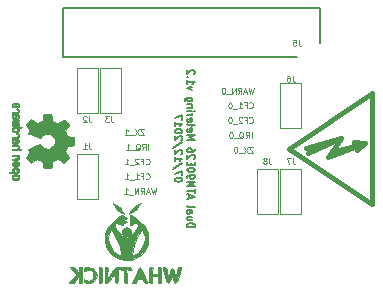
<source format=gbo>
G04 #@! TF.GenerationSoftware,KiCad,Pcbnew,(2017-09-19 revision dddaa7e69)-makepkg*
G04 #@! TF.CreationDate,2017-12-07T22:45:55+10:30*
G04 #@! TF.ProjectId,din_meter_atm90e26,64696E5F6D657465725F61746D393065,rev?*
G04 #@! TF.SameCoordinates,Original*
G04 #@! TF.FileFunction,Legend,Bot*
G04 #@! TF.FilePolarity,Positive*
%FSLAX46Y46*%
G04 Gerber Fmt 4.6, Leading zero omitted, Abs format (unit mm)*
G04 Created by KiCad (PCBNEW (2017-09-19 revision dddaa7e69)-makepkg) date 12/07/17 22:45:55*
%MOMM*%
%LPD*%
G01*
G04 APERTURE LIST*
%ADD10C,0.150000*%
%ADD11C,0.381000*%
%ADD12C,0.010000*%
%ADD13C,0.120000*%
%ADD14C,0.200000*%
%ADD15C,0.125000*%
G04 APERTURE END LIST*
D10*
X145655571Y-76921571D02*
X146255571Y-76921571D01*
X146255571Y-76778714D01*
X146227000Y-76693000D01*
X146169857Y-76635857D01*
X146112714Y-76607285D01*
X145998428Y-76578714D01*
X145912714Y-76578714D01*
X145798428Y-76607285D01*
X145741285Y-76635857D01*
X145684142Y-76693000D01*
X145655571Y-76778714D01*
X145655571Y-76921571D01*
X146055571Y-76064428D02*
X145655571Y-76064428D01*
X146055571Y-76321571D02*
X145741285Y-76321571D01*
X145684142Y-76293000D01*
X145655571Y-76235857D01*
X145655571Y-76150142D01*
X145684142Y-76093000D01*
X145712714Y-76064428D01*
X145655571Y-75521571D02*
X145969857Y-75521571D01*
X146027000Y-75550142D01*
X146055571Y-75607285D01*
X146055571Y-75721571D01*
X146027000Y-75778714D01*
X145684142Y-75521571D02*
X145655571Y-75578714D01*
X145655571Y-75721571D01*
X145684142Y-75778714D01*
X145741285Y-75807285D01*
X145798428Y-75807285D01*
X145855571Y-75778714D01*
X145884142Y-75721571D01*
X145884142Y-75578714D01*
X145912714Y-75521571D01*
X145655571Y-75150142D02*
X145684142Y-75207285D01*
X145741285Y-75235857D01*
X146255571Y-75235857D01*
X145827000Y-74493000D02*
X145827000Y-74207285D01*
X145655571Y-74550142D02*
X146255571Y-74350142D01*
X145655571Y-74150142D01*
X146255571Y-74035857D02*
X146255571Y-73693000D01*
X145655571Y-73864428D02*
X146255571Y-73864428D01*
X145655571Y-73493000D02*
X146255571Y-73493000D01*
X145827000Y-73293000D01*
X146255571Y-73093000D01*
X145655571Y-73093000D01*
X145655571Y-72778714D02*
X145655571Y-72664428D01*
X145684142Y-72607285D01*
X145712714Y-72578714D01*
X145798428Y-72521571D01*
X145912714Y-72493000D01*
X146141285Y-72493000D01*
X146198428Y-72521571D01*
X146227000Y-72550142D01*
X146255571Y-72607285D01*
X146255571Y-72721571D01*
X146227000Y-72778714D01*
X146198428Y-72807285D01*
X146141285Y-72835857D01*
X145998428Y-72835857D01*
X145941285Y-72807285D01*
X145912714Y-72778714D01*
X145884142Y-72721571D01*
X145884142Y-72607285D01*
X145912714Y-72550142D01*
X145941285Y-72521571D01*
X145998428Y-72493000D01*
X146255571Y-72121571D02*
X146255571Y-72064428D01*
X146227000Y-72007285D01*
X146198428Y-71978714D01*
X146141285Y-71950142D01*
X146027000Y-71921571D01*
X145884142Y-71921571D01*
X145769857Y-71950142D01*
X145712714Y-71978714D01*
X145684142Y-72007285D01*
X145655571Y-72064428D01*
X145655571Y-72121571D01*
X145684142Y-72178714D01*
X145712714Y-72207285D01*
X145769857Y-72235857D01*
X145884142Y-72264428D01*
X146027000Y-72264428D01*
X146141285Y-72235857D01*
X146198428Y-72207285D01*
X146227000Y-72178714D01*
X146255571Y-72121571D01*
X145969857Y-71664428D02*
X145969857Y-71464428D01*
X145655571Y-71378714D02*
X145655571Y-71664428D01*
X146255571Y-71664428D01*
X146255571Y-71378714D01*
X146198428Y-71150142D02*
X146227000Y-71121571D01*
X146255571Y-71064428D01*
X146255571Y-70921571D01*
X146227000Y-70864428D01*
X146198428Y-70835857D01*
X146141285Y-70807285D01*
X146084142Y-70807285D01*
X145998428Y-70835857D01*
X145655571Y-71178714D01*
X145655571Y-70807285D01*
X146255571Y-70293000D02*
X146255571Y-70407285D01*
X146227000Y-70464428D01*
X146198428Y-70493000D01*
X146112714Y-70550142D01*
X145998428Y-70578714D01*
X145769857Y-70578714D01*
X145712714Y-70550142D01*
X145684142Y-70521571D01*
X145655571Y-70464428D01*
X145655571Y-70350142D01*
X145684142Y-70293000D01*
X145712714Y-70264428D01*
X145769857Y-70235857D01*
X145912714Y-70235857D01*
X145969857Y-70264428D01*
X145998428Y-70293000D01*
X146027000Y-70350142D01*
X146027000Y-70464428D01*
X145998428Y-70521571D01*
X145969857Y-70550142D01*
X145912714Y-70578714D01*
X145655571Y-69521571D02*
X146255571Y-69521571D01*
X145827000Y-69321571D01*
X146255571Y-69121571D01*
X145655571Y-69121571D01*
X145684142Y-68607285D02*
X145655571Y-68664428D01*
X145655571Y-68778714D01*
X145684142Y-68835857D01*
X145741285Y-68864428D01*
X145969857Y-68864428D01*
X146027000Y-68835857D01*
X146055571Y-68778714D01*
X146055571Y-68664428D01*
X146027000Y-68607285D01*
X145969857Y-68578714D01*
X145912714Y-68578714D01*
X145855571Y-68864428D01*
X146055571Y-68407285D02*
X146055571Y-68178714D01*
X146255571Y-68321571D02*
X145741285Y-68321571D01*
X145684142Y-68293000D01*
X145655571Y-68235857D01*
X145655571Y-68178714D01*
X145684142Y-67750142D02*
X145655571Y-67807285D01*
X145655571Y-67921571D01*
X145684142Y-67978714D01*
X145741285Y-68007285D01*
X145969857Y-68007285D01*
X146027000Y-67978714D01*
X146055571Y-67921571D01*
X146055571Y-67807285D01*
X146027000Y-67750142D01*
X145969857Y-67721571D01*
X145912714Y-67721571D01*
X145855571Y-68007285D01*
X145655571Y-67464428D02*
X146055571Y-67464428D01*
X145941285Y-67464428D02*
X145998428Y-67435857D01*
X146027000Y-67407285D01*
X146055571Y-67350142D01*
X146055571Y-67293000D01*
X145655571Y-67093000D02*
X146055571Y-67093000D01*
X146255571Y-67093000D02*
X146227000Y-67121571D01*
X146198428Y-67093000D01*
X146227000Y-67064428D01*
X146255571Y-67093000D01*
X146198428Y-67093000D01*
X146055571Y-66807285D02*
X145655571Y-66807285D01*
X145998428Y-66807285D02*
X146027000Y-66778714D01*
X146055571Y-66721571D01*
X146055571Y-66635857D01*
X146027000Y-66578714D01*
X145969857Y-66550142D01*
X145655571Y-66550142D01*
X146055571Y-66007285D02*
X145569857Y-66007285D01*
X145512714Y-66035857D01*
X145484142Y-66064428D01*
X145455571Y-66121571D01*
X145455571Y-66207285D01*
X145484142Y-66264428D01*
X145684142Y-66007285D02*
X145655571Y-66064428D01*
X145655571Y-66178714D01*
X145684142Y-66235857D01*
X145712714Y-66264428D01*
X145769857Y-66293000D01*
X145941285Y-66293000D01*
X145998428Y-66264428D01*
X146027000Y-66235857D01*
X146055571Y-66178714D01*
X146055571Y-66064428D01*
X146027000Y-66007285D01*
X146055571Y-65321571D02*
X145655571Y-65178714D01*
X146055571Y-65035857D01*
X145655571Y-64493000D02*
X145655571Y-64835857D01*
X145655571Y-64664428D02*
X146255571Y-64664428D01*
X146169857Y-64721571D01*
X146112714Y-64778714D01*
X146084142Y-64835857D01*
X145712714Y-64235857D02*
X145684142Y-64207285D01*
X145655571Y-64235857D01*
X145684142Y-64264428D01*
X145712714Y-64235857D01*
X145655571Y-64235857D01*
X146198428Y-63978714D02*
X146227000Y-63950142D01*
X146255571Y-63893000D01*
X146255571Y-63750142D01*
X146227000Y-63693000D01*
X146198428Y-63664428D01*
X146141285Y-63635857D01*
X146084142Y-63635857D01*
X145998428Y-63664428D01*
X145655571Y-64007285D01*
X145655571Y-63635857D01*
X145205571Y-72950142D02*
X145205571Y-72893000D01*
X145177000Y-72835857D01*
X145148428Y-72807285D01*
X145091285Y-72778714D01*
X144977000Y-72750142D01*
X144834142Y-72750142D01*
X144719857Y-72778714D01*
X144662714Y-72807285D01*
X144634142Y-72835857D01*
X144605571Y-72893000D01*
X144605571Y-72950142D01*
X144634142Y-73007285D01*
X144662714Y-73035857D01*
X144719857Y-73064428D01*
X144834142Y-73093000D01*
X144977000Y-73093000D01*
X145091285Y-73064428D01*
X145148428Y-73035857D01*
X145177000Y-73007285D01*
X145205571Y-72950142D01*
X145205571Y-72550142D02*
X145205571Y-72150142D01*
X144605571Y-72407285D01*
X145234142Y-71493000D02*
X144462714Y-72007285D01*
X144605571Y-70978714D02*
X144605571Y-71321571D01*
X144605571Y-71150142D02*
X145205571Y-71150142D01*
X145119857Y-71207285D01*
X145062714Y-71264428D01*
X145034142Y-71321571D01*
X145148428Y-70750142D02*
X145177000Y-70721571D01*
X145205571Y-70664428D01*
X145205571Y-70521571D01*
X145177000Y-70464428D01*
X145148428Y-70435857D01*
X145091285Y-70407285D01*
X145034142Y-70407285D01*
X144948428Y-70435857D01*
X144605571Y-70778714D01*
X144605571Y-70407285D01*
X145234142Y-69721571D02*
X144462714Y-70235857D01*
X145148428Y-69550142D02*
X145177000Y-69521571D01*
X145205571Y-69464428D01*
X145205571Y-69321571D01*
X145177000Y-69264428D01*
X145148428Y-69235857D01*
X145091285Y-69207285D01*
X145034142Y-69207285D01*
X144948428Y-69235857D01*
X144605571Y-69578714D01*
X144605571Y-69207285D01*
X145205571Y-68835857D02*
X145205571Y-68778714D01*
X145177000Y-68721571D01*
X145148428Y-68693000D01*
X145091285Y-68664428D01*
X144977000Y-68635857D01*
X144834142Y-68635857D01*
X144719857Y-68664428D01*
X144662714Y-68693000D01*
X144634142Y-68721571D01*
X144605571Y-68778714D01*
X144605571Y-68835857D01*
X144634142Y-68893000D01*
X144662714Y-68921571D01*
X144719857Y-68950142D01*
X144834142Y-68978714D01*
X144977000Y-68978714D01*
X145091285Y-68950142D01*
X145148428Y-68921571D01*
X145177000Y-68893000D01*
X145205571Y-68835857D01*
X144605571Y-68064428D02*
X144605571Y-68407285D01*
X144605571Y-68235857D02*
X145205571Y-68235857D01*
X145119857Y-68293000D01*
X145062714Y-68350142D01*
X145034142Y-68407285D01*
X145205571Y-67864428D02*
X145205571Y-67464428D01*
X144605571Y-67721571D01*
D11*
X161277000Y-65594000D02*
X154292000Y-70293000D01*
X161277000Y-74992000D02*
X161277000Y-65594000D01*
X154292000Y-70293000D02*
X161277000Y-74992000D01*
X160682640Y-69795160D02*
X159783480Y-69693560D01*
X157883560Y-70592720D02*
X160682640Y-69795160D01*
X158683660Y-69393840D02*
X157883560Y-70592720D01*
X155683920Y-70193940D02*
X158683660Y-69393840D01*
X160682640Y-69795160D02*
X159984140Y-70394600D01*
X158683660Y-69393840D02*
X155882040Y-70694320D01*
X157583840Y-70994040D02*
X157982620Y-70394600D01*
X160682640Y-69795160D02*
X157583840Y-70994040D01*
D12*
G36*
X136094652Y-69554090D02*
X136094222Y-69475546D01*
X136093058Y-69418702D01*
X136090793Y-69379895D01*
X136087060Y-69355462D01*
X136081494Y-69341738D01*
X136073727Y-69335060D01*
X136063395Y-69331764D01*
X136062057Y-69331444D01*
X136037921Y-69326438D01*
X135990299Y-69317171D01*
X135924259Y-69304608D01*
X135844872Y-69289713D01*
X135757204Y-69273449D01*
X135754125Y-69272881D01*
X135668211Y-69256590D01*
X135592304Y-69241348D01*
X135530955Y-69228139D01*
X135488718Y-69217946D01*
X135470145Y-69211752D01*
X135469816Y-69211457D01*
X135460747Y-69193212D01*
X135445633Y-69155595D01*
X135427738Y-69106729D01*
X135427642Y-69106457D01*
X135404507Y-69044907D01*
X135375035Y-68972343D01*
X135345403Y-68903943D01*
X135343938Y-68900706D01*
X135293374Y-68789298D01*
X135461840Y-68542601D01*
X135513197Y-68466923D01*
X135559111Y-68398369D01*
X135596970Y-68340912D01*
X135624163Y-68298524D01*
X135638079Y-68275175D01*
X135639111Y-68272958D01*
X135634516Y-68255990D01*
X135612345Y-68224299D01*
X135571553Y-68176648D01*
X135511095Y-68111802D01*
X135446773Y-68045603D01*
X135383388Y-67981786D01*
X135325549Y-67924671D01*
X135276825Y-67877695D01*
X135240790Y-67844297D01*
X135221016Y-67827915D01*
X135219998Y-67827306D01*
X135206428Y-67825495D01*
X135184267Y-67832317D01*
X135150522Y-67849460D01*
X135102200Y-67878607D01*
X135036308Y-67921445D01*
X134951483Y-67978552D01*
X134876823Y-68029234D01*
X134809860Y-68074539D01*
X134754484Y-68111850D01*
X134714580Y-68138548D01*
X134694038Y-68152015D01*
X134692644Y-68152863D01*
X134672962Y-68151219D01*
X134634707Y-68138755D01*
X134585111Y-68117952D01*
X134569272Y-68110538D01*
X134498710Y-68078186D01*
X134418647Y-68043672D01*
X134349371Y-68015635D01*
X134297955Y-67995432D01*
X134258881Y-67979385D01*
X134238459Y-67970112D01*
X134236886Y-67968959D01*
X134234279Y-67951904D01*
X134227137Y-67911702D01*
X134216477Y-67853698D01*
X134203315Y-67783237D01*
X134188667Y-67705665D01*
X134173551Y-67626328D01*
X134158982Y-67550569D01*
X134145978Y-67483736D01*
X134135555Y-67431172D01*
X134128730Y-67398224D01*
X134126801Y-67390143D01*
X134122038Y-67381795D01*
X134111282Y-67375494D01*
X134090902Y-67370955D01*
X134057266Y-67367896D01*
X134006745Y-67366033D01*
X133935708Y-67365082D01*
X133840524Y-67364760D01*
X133801508Y-67364743D01*
X133484201Y-67364743D01*
X133469161Y-67440943D01*
X133461005Y-67483337D01*
X133449101Y-67546600D01*
X133434884Y-67623038D01*
X133419790Y-67704957D01*
X133415645Y-67727600D01*
X133400947Y-67803194D01*
X133386495Y-67869047D01*
X133373625Y-67919634D01*
X133363678Y-67949426D01*
X133360713Y-67954388D01*
X133339717Y-67966574D01*
X133299033Y-67984047D01*
X133246678Y-68003423D01*
X133235400Y-68007266D01*
X133165477Y-68032661D01*
X133086582Y-68064183D01*
X133015734Y-68095031D01*
X133015405Y-68095183D01*
X132904267Y-68146553D01*
X132655747Y-67977601D01*
X132407228Y-67808648D01*
X132189942Y-68025571D01*
X132125274Y-68091181D01*
X132068267Y-68151021D01*
X132021967Y-68201733D01*
X131989416Y-68239954D01*
X131973657Y-68262325D01*
X131972657Y-68265534D01*
X131980531Y-68284374D01*
X132002422Y-68322820D01*
X132035733Y-68376670D01*
X132077869Y-68441724D01*
X132125057Y-68512060D01*
X132173190Y-68583445D01*
X132215072Y-68647092D01*
X132248129Y-68698959D01*
X132269782Y-68735005D01*
X132277457Y-68751133D01*
X132270963Y-68770811D01*
X132253850Y-68808125D01*
X132229674Y-68855379D01*
X132226987Y-68860388D01*
X132195073Y-68924023D01*
X132179421Y-68967659D01*
X132179255Y-68994798D01*
X132193796Y-69008943D01*
X132194000Y-69009025D01*
X132211221Y-69016095D01*
X132252101Y-69032958D01*
X132313475Y-69058305D01*
X132392181Y-69090829D01*
X132485053Y-69129222D01*
X132588928Y-69172178D01*
X132689498Y-69213778D01*
X132800484Y-69259496D01*
X132903297Y-69301474D01*
X132994785Y-69338452D01*
X133071799Y-69369173D01*
X133131185Y-69392378D01*
X133169791Y-69406810D01*
X133184200Y-69411257D01*
X133200728Y-69400104D01*
X133227070Y-69370931D01*
X133256113Y-69332029D01*
X133347961Y-69221243D01*
X133453241Y-69134649D01*
X133569734Y-69073284D01*
X133695224Y-69038185D01*
X133827493Y-69030392D01*
X133888543Y-69036057D01*
X134015205Y-69066922D01*
X134127059Y-69120080D01*
X134222999Y-69192233D01*
X134301924Y-69280083D01*
X134362730Y-69380335D01*
X134404313Y-69489690D01*
X134425572Y-69604853D01*
X134425401Y-69722525D01*
X134402699Y-69839410D01*
X134356362Y-69952211D01*
X134285287Y-70057631D01*
X134245089Y-70101632D01*
X134141871Y-70186021D01*
X134029075Y-70244778D01*
X133909990Y-70278296D01*
X133787905Y-70286965D01*
X133666107Y-70271177D01*
X133547884Y-70231322D01*
X133436525Y-70167793D01*
X133335316Y-70080979D01*
X133256113Y-69983971D01*
X133225838Y-69943563D01*
X133199781Y-69915018D01*
X133184175Y-69904743D01*
X133167157Y-69910123D01*
X133126500Y-69925425D01*
X133065358Y-69949388D01*
X132986881Y-69980756D01*
X132894220Y-70018268D01*
X132790528Y-70060667D01*
X132689474Y-70102337D01*
X132578393Y-70148310D01*
X132475459Y-70190893D01*
X132383835Y-70228779D01*
X132306684Y-70260660D01*
X132247169Y-70285229D01*
X132208456Y-70301180D01*
X132194000Y-70307090D01*
X132179315Y-70321052D01*
X132179358Y-70348060D01*
X132194901Y-70391587D01*
X132226716Y-70455110D01*
X132226987Y-70455612D01*
X132251677Y-70503440D01*
X132269662Y-70542103D01*
X132277386Y-70563905D01*
X132277457Y-70564867D01*
X132269622Y-70581279D01*
X132247835Y-70617513D01*
X132214672Y-70669526D01*
X132172709Y-70733275D01*
X132125057Y-70803940D01*
X132076809Y-70875884D01*
X132034849Y-70940726D01*
X132001773Y-70994265D01*
X131980179Y-71032303D01*
X131972657Y-71050467D01*
X131982543Y-71067192D01*
X132010174Y-71100820D01*
X132052505Y-71147990D01*
X132106495Y-71205342D01*
X132169101Y-71269516D01*
X132190017Y-71290503D01*
X132407377Y-71507501D01*
X132649780Y-71342332D01*
X132724219Y-71292136D01*
X132791028Y-71248081D01*
X132846335Y-71212638D01*
X132886271Y-71188281D01*
X132906964Y-71177478D01*
X132908437Y-71177162D01*
X132927942Y-71182857D01*
X132967178Y-71198174D01*
X133019570Y-71220463D01*
X133054645Y-71236107D01*
X133121799Y-71265359D01*
X133189642Y-71292906D01*
X133246966Y-71314263D01*
X133264428Y-71320065D01*
X133311062Y-71336548D01*
X133347095Y-71352660D01*
X133360713Y-71361510D01*
X133369048Y-71381040D01*
X133380863Y-71423666D01*
X133394819Y-71483855D01*
X133409578Y-71556078D01*
X133415645Y-71588400D01*
X133430727Y-71670478D01*
X133445331Y-71749205D01*
X133458020Y-71816891D01*
X133467358Y-71865840D01*
X133469161Y-71875057D01*
X133484201Y-71951257D01*
X133801508Y-71951257D01*
X133905846Y-71951086D01*
X133984787Y-71950384D01*
X134041962Y-71948866D01*
X134081001Y-71946251D01*
X134105535Y-71942254D01*
X134119195Y-71936591D01*
X134125611Y-71928980D01*
X134126801Y-71925857D01*
X134131020Y-71907022D01*
X134139438Y-71865412D01*
X134151039Y-71806370D01*
X134164805Y-71735243D01*
X134179720Y-71657375D01*
X134194768Y-71578113D01*
X134208931Y-71502802D01*
X134221194Y-71436787D01*
X134230539Y-71385413D01*
X134235950Y-71354025D01*
X134236886Y-71347041D01*
X134249404Y-71340715D01*
X134282754Y-71326710D01*
X134330623Y-71307645D01*
X134349371Y-71300366D01*
X134421805Y-71271004D01*
X134501830Y-71236429D01*
X134569272Y-71205463D01*
X134620841Y-71182677D01*
X134663215Y-71167518D01*
X134689166Y-71162458D01*
X134692644Y-71163264D01*
X134709064Y-71173959D01*
X134745583Y-71198380D01*
X134798313Y-71233905D01*
X134863365Y-71277913D01*
X134936849Y-71327783D01*
X134951355Y-71337644D01*
X135037296Y-71395508D01*
X135102739Y-71438044D01*
X135150696Y-71466946D01*
X135184180Y-71483910D01*
X135206205Y-71490633D01*
X135219783Y-71488810D01*
X135219869Y-71488764D01*
X135237703Y-71474414D01*
X135272183Y-71442677D01*
X135319732Y-71396990D01*
X135376778Y-71340796D01*
X135439745Y-71277532D01*
X135446773Y-71270398D01*
X135523980Y-71190670D01*
X135580670Y-71129143D01*
X135617890Y-71084579D01*
X135636685Y-71055743D01*
X135639111Y-71043042D01*
X135628529Y-71024506D01*
X135604084Y-70986039D01*
X135568388Y-70931614D01*
X135524053Y-70865202D01*
X135473689Y-70790775D01*
X135461840Y-70773399D01*
X135293374Y-70526703D01*
X135343938Y-70415294D01*
X135373405Y-70347543D01*
X135403041Y-70274817D01*
X135426670Y-70212297D01*
X135427642Y-70209543D01*
X135445543Y-70160640D01*
X135460680Y-70122943D01*
X135469790Y-70104575D01*
X135469816Y-70104544D01*
X135486283Y-70098715D01*
X135526781Y-70088808D01*
X135586758Y-70075805D01*
X135661660Y-70060691D01*
X135746936Y-70044448D01*
X135754125Y-70043119D01*
X135841986Y-70026825D01*
X135921740Y-70011867D01*
X135988319Y-69999209D01*
X136036653Y-69989814D01*
X136061675Y-69984646D01*
X136062057Y-69984556D01*
X136072701Y-69981411D01*
X136080738Y-69975296D01*
X136086533Y-69962547D01*
X136090453Y-69939500D01*
X136092865Y-69902491D01*
X136094135Y-69847856D01*
X136094629Y-69771933D01*
X136094714Y-69671056D01*
X136094714Y-69658000D01*
X136094652Y-69554090D01*
X136094652Y-69554090D01*
G37*
X136094652Y-69554090D02*
X136094222Y-69475546D01*
X136093058Y-69418702D01*
X136090793Y-69379895D01*
X136087060Y-69355462D01*
X136081494Y-69341738D01*
X136073727Y-69335060D01*
X136063395Y-69331764D01*
X136062057Y-69331444D01*
X136037921Y-69326438D01*
X135990299Y-69317171D01*
X135924259Y-69304608D01*
X135844872Y-69289713D01*
X135757204Y-69273449D01*
X135754125Y-69272881D01*
X135668211Y-69256590D01*
X135592304Y-69241348D01*
X135530955Y-69228139D01*
X135488718Y-69217946D01*
X135470145Y-69211752D01*
X135469816Y-69211457D01*
X135460747Y-69193212D01*
X135445633Y-69155595D01*
X135427738Y-69106729D01*
X135427642Y-69106457D01*
X135404507Y-69044907D01*
X135375035Y-68972343D01*
X135345403Y-68903943D01*
X135343938Y-68900706D01*
X135293374Y-68789298D01*
X135461840Y-68542601D01*
X135513197Y-68466923D01*
X135559111Y-68398369D01*
X135596970Y-68340912D01*
X135624163Y-68298524D01*
X135638079Y-68275175D01*
X135639111Y-68272958D01*
X135634516Y-68255990D01*
X135612345Y-68224299D01*
X135571553Y-68176648D01*
X135511095Y-68111802D01*
X135446773Y-68045603D01*
X135383388Y-67981786D01*
X135325549Y-67924671D01*
X135276825Y-67877695D01*
X135240790Y-67844297D01*
X135221016Y-67827915D01*
X135219998Y-67827306D01*
X135206428Y-67825495D01*
X135184267Y-67832317D01*
X135150522Y-67849460D01*
X135102200Y-67878607D01*
X135036308Y-67921445D01*
X134951483Y-67978552D01*
X134876823Y-68029234D01*
X134809860Y-68074539D01*
X134754484Y-68111850D01*
X134714580Y-68138548D01*
X134694038Y-68152015D01*
X134692644Y-68152863D01*
X134672962Y-68151219D01*
X134634707Y-68138755D01*
X134585111Y-68117952D01*
X134569272Y-68110538D01*
X134498710Y-68078186D01*
X134418647Y-68043672D01*
X134349371Y-68015635D01*
X134297955Y-67995432D01*
X134258881Y-67979385D01*
X134238459Y-67970112D01*
X134236886Y-67968959D01*
X134234279Y-67951904D01*
X134227137Y-67911702D01*
X134216477Y-67853698D01*
X134203315Y-67783237D01*
X134188667Y-67705665D01*
X134173551Y-67626328D01*
X134158982Y-67550569D01*
X134145978Y-67483736D01*
X134135555Y-67431172D01*
X134128730Y-67398224D01*
X134126801Y-67390143D01*
X134122038Y-67381795D01*
X134111282Y-67375494D01*
X134090902Y-67370955D01*
X134057266Y-67367896D01*
X134006745Y-67366033D01*
X133935708Y-67365082D01*
X133840524Y-67364760D01*
X133801508Y-67364743D01*
X133484201Y-67364743D01*
X133469161Y-67440943D01*
X133461005Y-67483337D01*
X133449101Y-67546600D01*
X133434884Y-67623038D01*
X133419790Y-67704957D01*
X133415645Y-67727600D01*
X133400947Y-67803194D01*
X133386495Y-67869047D01*
X133373625Y-67919634D01*
X133363678Y-67949426D01*
X133360713Y-67954388D01*
X133339717Y-67966574D01*
X133299033Y-67984047D01*
X133246678Y-68003423D01*
X133235400Y-68007266D01*
X133165477Y-68032661D01*
X133086582Y-68064183D01*
X133015734Y-68095031D01*
X133015405Y-68095183D01*
X132904267Y-68146553D01*
X132655747Y-67977601D01*
X132407228Y-67808648D01*
X132189942Y-68025571D01*
X132125274Y-68091181D01*
X132068267Y-68151021D01*
X132021967Y-68201733D01*
X131989416Y-68239954D01*
X131973657Y-68262325D01*
X131972657Y-68265534D01*
X131980531Y-68284374D01*
X132002422Y-68322820D01*
X132035733Y-68376670D01*
X132077869Y-68441724D01*
X132125057Y-68512060D01*
X132173190Y-68583445D01*
X132215072Y-68647092D01*
X132248129Y-68698959D01*
X132269782Y-68735005D01*
X132277457Y-68751133D01*
X132270963Y-68770811D01*
X132253850Y-68808125D01*
X132229674Y-68855379D01*
X132226987Y-68860388D01*
X132195073Y-68924023D01*
X132179421Y-68967659D01*
X132179255Y-68994798D01*
X132193796Y-69008943D01*
X132194000Y-69009025D01*
X132211221Y-69016095D01*
X132252101Y-69032958D01*
X132313475Y-69058305D01*
X132392181Y-69090829D01*
X132485053Y-69129222D01*
X132588928Y-69172178D01*
X132689498Y-69213778D01*
X132800484Y-69259496D01*
X132903297Y-69301474D01*
X132994785Y-69338452D01*
X133071799Y-69369173D01*
X133131185Y-69392378D01*
X133169791Y-69406810D01*
X133184200Y-69411257D01*
X133200728Y-69400104D01*
X133227070Y-69370931D01*
X133256113Y-69332029D01*
X133347961Y-69221243D01*
X133453241Y-69134649D01*
X133569734Y-69073284D01*
X133695224Y-69038185D01*
X133827493Y-69030392D01*
X133888543Y-69036057D01*
X134015205Y-69066922D01*
X134127059Y-69120080D01*
X134222999Y-69192233D01*
X134301924Y-69280083D01*
X134362730Y-69380335D01*
X134404313Y-69489690D01*
X134425572Y-69604853D01*
X134425401Y-69722525D01*
X134402699Y-69839410D01*
X134356362Y-69952211D01*
X134285287Y-70057631D01*
X134245089Y-70101632D01*
X134141871Y-70186021D01*
X134029075Y-70244778D01*
X133909990Y-70278296D01*
X133787905Y-70286965D01*
X133666107Y-70271177D01*
X133547884Y-70231322D01*
X133436525Y-70167793D01*
X133335316Y-70080979D01*
X133256113Y-69983971D01*
X133225838Y-69943563D01*
X133199781Y-69915018D01*
X133184175Y-69904743D01*
X133167157Y-69910123D01*
X133126500Y-69925425D01*
X133065358Y-69949388D01*
X132986881Y-69980756D01*
X132894220Y-70018268D01*
X132790528Y-70060667D01*
X132689474Y-70102337D01*
X132578393Y-70148310D01*
X132475459Y-70190893D01*
X132383835Y-70228779D01*
X132306684Y-70260660D01*
X132247169Y-70285229D01*
X132208456Y-70301180D01*
X132194000Y-70307090D01*
X132179315Y-70321052D01*
X132179358Y-70348060D01*
X132194901Y-70391587D01*
X132226716Y-70455110D01*
X132226987Y-70455612D01*
X132251677Y-70503440D01*
X132269662Y-70542103D01*
X132277386Y-70563905D01*
X132277457Y-70564867D01*
X132269622Y-70581279D01*
X132247835Y-70617513D01*
X132214672Y-70669526D01*
X132172709Y-70733275D01*
X132125057Y-70803940D01*
X132076809Y-70875884D01*
X132034849Y-70940726D01*
X132001773Y-70994265D01*
X131980179Y-71032303D01*
X131972657Y-71050467D01*
X131982543Y-71067192D01*
X132010174Y-71100820D01*
X132052505Y-71147990D01*
X132106495Y-71205342D01*
X132169101Y-71269516D01*
X132190017Y-71290503D01*
X132407377Y-71507501D01*
X132649780Y-71342332D01*
X132724219Y-71292136D01*
X132791028Y-71248081D01*
X132846335Y-71212638D01*
X132886271Y-71188281D01*
X132906964Y-71177478D01*
X132908437Y-71177162D01*
X132927942Y-71182857D01*
X132967178Y-71198174D01*
X133019570Y-71220463D01*
X133054645Y-71236107D01*
X133121799Y-71265359D01*
X133189642Y-71292906D01*
X133246966Y-71314263D01*
X133264428Y-71320065D01*
X133311062Y-71336548D01*
X133347095Y-71352660D01*
X133360713Y-71361510D01*
X133369048Y-71381040D01*
X133380863Y-71423666D01*
X133394819Y-71483855D01*
X133409578Y-71556078D01*
X133415645Y-71588400D01*
X133430727Y-71670478D01*
X133445331Y-71749205D01*
X133458020Y-71816891D01*
X133467358Y-71865840D01*
X133469161Y-71875057D01*
X133484201Y-71951257D01*
X133801508Y-71951257D01*
X133905846Y-71951086D01*
X133984787Y-71950384D01*
X134041962Y-71948866D01*
X134081001Y-71946251D01*
X134105535Y-71942254D01*
X134119195Y-71936591D01*
X134125611Y-71928980D01*
X134126801Y-71925857D01*
X134131020Y-71907022D01*
X134139438Y-71865412D01*
X134151039Y-71806370D01*
X134164805Y-71735243D01*
X134179720Y-71657375D01*
X134194768Y-71578113D01*
X134208931Y-71502802D01*
X134221194Y-71436787D01*
X134230539Y-71385413D01*
X134235950Y-71354025D01*
X134236886Y-71347041D01*
X134249404Y-71340715D01*
X134282754Y-71326710D01*
X134330623Y-71307645D01*
X134349371Y-71300366D01*
X134421805Y-71271004D01*
X134501830Y-71236429D01*
X134569272Y-71205463D01*
X134620841Y-71182677D01*
X134663215Y-71167518D01*
X134689166Y-71162458D01*
X134692644Y-71163264D01*
X134709064Y-71173959D01*
X134745583Y-71198380D01*
X134798313Y-71233905D01*
X134863365Y-71277913D01*
X134936849Y-71327783D01*
X134951355Y-71337644D01*
X135037296Y-71395508D01*
X135102739Y-71438044D01*
X135150696Y-71466946D01*
X135184180Y-71483910D01*
X135206205Y-71490633D01*
X135219783Y-71488810D01*
X135219869Y-71488764D01*
X135237703Y-71474414D01*
X135272183Y-71442677D01*
X135319732Y-71396990D01*
X135376778Y-71340796D01*
X135439745Y-71277532D01*
X135446773Y-71270398D01*
X135523980Y-71190670D01*
X135580670Y-71129143D01*
X135617890Y-71084579D01*
X135636685Y-71055743D01*
X135639111Y-71043042D01*
X135628529Y-71024506D01*
X135604084Y-70986039D01*
X135568388Y-70931614D01*
X135524053Y-70865202D01*
X135473689Y-70790775D01*
X135461840Y-70773399D01*
X135293374Y-70526703D01*
X135343938Y-70415294D01*
X135373405Y-70347543D01*
X135403041Y-70274817D01*
X135426670Y-70212297D01*
X135427642Y-70209543D01*
X135445543Y-70160640D01*
X135460680Y-70122943D01*
X135469790Y-70104575D01*
X135469816Y-70104544D01*
X135486283Y-70098715D01*
X135526781Y-70088808D01*
X135586758Y-70075805D01*
X135661660Y-70060691D01*
X135746936Y-70044448D01*
X135754125Y-70043119D01*
X135841986Y-70026825D01*
X135921740Y-70011867D01*
X135988319Y-69999209D01*
X136036653Y-69989814D01*
X136061675Y-69984646D01*
X136062057Y-69984556D01*
X136072701Y-69981411D01*
X136080738Y-69975296D01*
X136086533Y-69962547D01*
X136090453Y-69939500D01*
X136092865Y-69902491D01*
X136094135Y-69847856D01*
X136094629Y-69771933D01*
X136094714Y-69671056D01*
X136094714Y-69658000D01*
X136094652Y-69554090D01*
G36*
X131370034Y-66504405D02*
X131332503Y-66446979D01*
X131298904Y-66419281D01*
X131237936Y-66397338D01*
X131189692Y-66395595D01*
X131125184Y-66399543D01*
X131060066Y-66548314D01*
X131026798Y-66620651D01*
X131000036Y-66667916D01*
X130976856Y-66692493D01*
X130954333Y-66696763D01*
X130929545Y-66683111D01*
X130913114Y-66668057D01*
X130886765Y-66624254D01*
X130884919Y-66576611D01*
X130905454Y-66532855D01*
X130946248Y-66500711D01*
X130960653Y-66494962D01*
X131005644Y-66467424D01*
X131024818Y-66435742D01*
X131041221Y-66392286D01*
X130979034Y-66392286D01*
X130936717Y-66396128D01*
X130901031Y-66411177D01*
X130860057Y-66442720D01*
X130854733Y-66447408D01*
X130818280Y-66482494D01*
X130798717Y-66512653D01*
X130789717Y-66550385D01*
X130786770Y-66581665D01*
X130786035Y-66637615D01*
X130795340Y-66677445D01*
X130809154Y-66702292D01*
X130839533Y-66741344D01*
X130872387Y-66768375D01*
X130913706Y-66785483D01*
X130969479Y-66794762D01*
X131045695Y-66798307D01*
X131084378Y-66798590D01*
X131130753Y-66797628D01*
X131130753Y-66709993D01*
X131105874Y-66708977D01*
X131101800Y-66706444D01*
X131107335Y-66689726D01*
X131121983Y-66653751D01*
X131142810Y-66605669D01*
X131147286Y-66595614D01*
X131178186Y-66534848D01*
X131205343Y-66501368D01*
X131230780Y-66494010D01*
X131256519Y-66511609D01*
X131267891Y-66526144D01*
X131290636Y-66578590D01*
X131286878Y-66627678D01*
X131259116Y-66668773D01*
X131209848Y-66697242D01*
X131170743Y-66706369D01*
X131130753Y-66709993D01*
X131130753Y-66797628D01*
X131174751Y-66796715D01*
X131241616Y-66789804D01*
X131290305Y-66776116D01*
X131326151Y-66753904D01*
X131354487Y-66721426D01*
X131363645Y-66707267D01*
X131387493Y-66642947D01*
X131388994Y-66572527D01*
X131370034Y-66504405D01*
X131370034Y-66504405D01*
G37*
X131370034Y-66504405D02*
X131332503Y-66446979D01*
X131298904Y-66419281D01*
X131237936Y-66397338D01*
X131189692Y-66395595D01*
X131125184Y-66399543D01*
X131060066Y-66548314D01*
X131026798Y-66620651D01*
X131000036Y-66667916D01*
X130976856Y-66692493D01*
X130954333Y-66696763D01*
X130929545Y-66683111D01*
X130913114Y-66668057D01*
X130886765Y-66624254D01*
X130884919Y-66576611D01*
X130905454Y-66532855D01*
X130946248Y-66500711D01*
X130960653Y-66494962D01*
X131005644Y-66467424D01*
X131024818Y-66435742D01*
X131041221Y-66392286D01*
X130979034Y-66392286D01*
X130936717Y-66396128D01*
X130901031Y-66411177D01*
X130860057Y-66442720D01*
X130854733Y-66447408D01*
X130818280Y-66482494D01*
X130798717Y-66512653D01*
X130789717Y-66550385D01*
X130786770Y-66581665D01*
X130786035Y-66637615D01*
X130795340Y-66677445D01*
X130809154Y-66702292D01*
X130839533Y-66741344D01*
X130872387Y-66768375D01*
X130913706Y-66785483D01*
X130969479Y-66794762D01*
X131045695Y-66798307D01*
X131084378Y-66798590D01*
X131130753Y-66797628D01*
X131130753Y-66709993D01*
X131105874Y-66708977D01*
X131101800Y-66706444D01*
X131107335Y-66689726D01*
X131121983Y-66653751D01*
X131142810Y-66605669D01*
X131147286Y-66595614D01*
X131178186Y-66534848D01*
X131205343Y-66501368D01*
X131230780Y-66494010D01*
X131256519Y-66511609D01*
X131267891Y-66526144D01*
X131290636Y-66578590D01*
X131286878Y-66627678D01*
X131259116Y-66668773D01*
X131209848Y-66697242D01*
X131170743Y-66706369D01*
X131130753Y-66709993D01*
X131130753Y-66797628D01*
X131174751Y-66796715D01*
X131241616Y-66789804D01*
X131290305Y-66776116D01*
X131326151Y-66753904D01*
X131354487Y-66721426D01*
X131363645Y-66707267D01*
X131387493Y-66642947D01*
X131388994Y-66572527D01*
X131370034Y-66504405D01*
G36*
X131378248Y-67005400D02*
X131370666Y-66988052D01*
X131337872Y-66946644D01*
X131290453Y-66911235D01*
X131239849Y-66889336D01*
X131214902Y-66885771D01*
X131180073Y-66897721D01*
X131161643Y-66923933D01*
X131150484Y-66952036D01*
X131148428Y-66964905D01*
X131163351Y-66971171D01*
X131195825Y-66983544D01*
X131210498Y-66988972D01*
X131261256Y-67019410D01*
X131286573Y-67063480D01*
X131285794Y-67119990D01*
X131284797Y-67124175D01*
X131270493Y-67154345D01*
X131242607Y-67176524D01*
X131197713Y-67191673D01*
X131132385Y-67200750D01*
X131043196Y-67204714D01*
X130995739Y-67205086D01*
X130920929Y-67205270D01*
X130869931Y-67206478D01*
X130837529Y-67209691D01*
X130818505Y-67215891D01*
X130807644Y-67226060D01*
X130799728Y-67241181D01*
X130799330Y-67242054D01*
X130787019Y-67271172D01*
X130782486Y-67285597D01*
X130796191Y-67287814D01*
X130834075Y-67289711D01*
X130891285Y-67291153D01*
X130962973Y-67292002D01*
X131015435Y-67292171D01*
X131116953Y-67291308D01*
X131193968Y-67287930D01*
X131250977Y-67280858D01*
X131292474Y-67268912D01*
X131322957Y-67250910D01*
X131346920Y-67225673D01*
X131363645Y-67200753D01*
X131385903Y-67140829D01*
X131390924Y-67071089D01*
X131378248Y-67005400D01*
X131378248Y-67005400D01*
G37*
X131378248Y-67005400D02*
X131370666Y-66988052D01*
X131337872Y-66946644D01*
X131290453Y-66911235D01*
X131239849Y-66889336D01*
X131214902Y-66885771D01*
X131180073Y-66897721D01*
X131161643Y-66923933D01*
X131150484Y-66952036D01*
X131148428Y-66964905D01*
X131163351Y-66971171D01*
X131195825Y-66983544D01*
X131210498Y-66988972D01*
X131261256Y-67019410D01*
X131286573Y-67063480D01*
X131285794Y-67119990D01*
X131284797Y-67124175D01*
X131270493Y-67154345D01*
X131242607Y-67176524D01*
X131197713Y-67191673D01*
X131132385Y-67200750D01*
X131043196Y-67204714D01*
X130995739Y-67205086D01*
X130920929Y-67205270D01*
X130869931Y-67206478D01*
X130837529Y-67209691D01*
X130818505Y-67215891D01*
X130807644Y-67226060D01*
X130799728Y-67241181D01*
X130799330Y-67242054D01*
X130787019Y-67271172D01*
X130782486Y-67285597D01*
X130796191Y-67287814D01*
X130834075Y-67289711D01*
X130891285Y-67291153D01*
X130962973Y-67292002D01*
X131015435Y-67292171D01*
X131116953Y-67291308D01*
X131193968Y-67287930D01*
X131250977Y-67280858D01*
X131292474Y-67268912D01*
X131322957Y-67250910D01*
X131346920Y-67225673D01*
X131363645Y-67200753D01*
X131385903Y-67140829D01*
X131390924Y-67071089D01*
X131378248Y-67005400D01*
G36*
X131380665Y-67513124D02*
X131361656Y-67471333D01*
X131338622Y-67438531D01*
X131312867Y-67414497D01*
X131279642Y-67397903D01*
X131234200Y-67387423D01*
X131171793Y-67381729D01*
X131087673Y-67379493D01*
X131032279Y-67379257D01*
X130816174Y-67379257D01*
X130799330Y-67416226D01*
X130787019Y-67445344D01*
X130782486Y-67459769D01*
X130795975Y-67462528D01*
X130832347Y-67464718D01*
X130885458Y-67466058D01*
X130927628Y-67466343D01*
X130988553Y-67467566D01*
X131036885Y-67470864D01*
X131066482Y-67475679D01*
X131072771Y-67479504D01*
X131066348Y-67505217D01*
X131049875Y-67545582D01*
X131027542Y-67592321D01*
X131003543Y-67637155D01*
X130982070Y-67671807D01*
X130967315Y-67687998D01*
X130967155Y-67688062D01*
X130939848Y-67686670D01*
X130913781Y-67674182D01*
X130892608Y-67652257D01*
X130885526Y-67620257D01*
X130886351Y-67592908D01*
X130886958Y-67554174D01*
X130877884Y-67533842D01*
X130853908Y-67521631D01*
X130849387Y-67520091D01*
X130815194Y-67514797D01*
X130794432Y-67528953D01*
X130784538Y-67565852D01*
X130782708Y-67605711D01*
X130796273Y-67677438D01*
X130815645Y-67714568D01*
X130861155Y-67760424D01*
X130917017Y-67784744D01*
X130976043Y-67786927D01*
X131031047Y-67766371D01*
X131065514Y-67735451D01*
X131084811Y-67704580D01*
X131109241Y-67656058D01*
X131134015Y-67599515D01*
X131137801Y-67590090D01*
X131165209Y-67527981D01*
X131189366Y-67492178D01*
X131213381Y-67480663D01*
X131240365Y-67491420D01*
X131261457Y-67509886D01*
X131287428Y-67553531D01*
X131289376Y-67601554D01*
X131269363Y-67645594D01*
X131229449Y-67677291D01*
X131219152Y-67681451D01*
X131181276Y-67705673D01*
X131153158Y-67741035D01*
X131130083Y-67785657D01*
X131195515Y-67785657D01*
X131235494Y-67783031D01*
X131267003Y-67771770D01*
X131300622Y-67746801D01*
X131326516Y-67722831D01*
X131363183Y-67685559D01*
X131382879Y-67656599D01*
X131390780Y-67625495D01*
X131392086Y-67590287D01*
X131380665Y-67513124D01*
X131380665Y-67513124D01*
G37*
X131380665Y-67513124D02*
X131361656Y-67471333D01*
X131338622Y-67438531D01*
X131312867Y-67414497D01*
X131279642Y-67397903D01*
X131234200Y-67387423D01*
X131171793Y-67381729D01*
X131087673Y-67379493D01*
X131032279Y-67379257D01*
X130816174Y-67379257D01*
X130799330Y-67416226D01*
X130787019Y-67445344D01*
X130782486Y-67459769D01*
X130795975Y-67462528D01*
X130832347Y-67464718D01*
X130885458Y-67466058D01*
X130927628Y-67466343D01*
X130988553Y-67467566D01*
X131036885Y-67470864D01*
X131066482Y-67475679D01*
X131072771Y-67479504D01*
X131066348Y-67505217D01*
X131049875Y-67545582D01*
X131027542Y-67592321D01*
X131003543Y-67637155D01*
X130982070Y-67671807D01*
X130967315Y-67687998D01*
X130967155Y-67688062D01*
X130939848Y-67686670D01*
X130913781Y-67674182D01*
X130892608Y-67652257D01*
X130885526Y-67620257D01*
X130886351Y-67592908D01*
X130886958Y-67554174D01*
X130877884Y-67533842D01*
X130853908Y-67521631D01*
X130849387Y-67520091D01*
X130815194Y-67514797D01*
X130794432Y-67528953D01*
X130784538Y-67565852D01*
X130782708Y-67605711D01*
X130796273Y-67677438D01*
X130815645Y-67714568D01*
X130861155Y-67760424D01*
X130917017Y-67784744D01*
X130976043Y-67786927D01*
X131031047Y-67766371D01*
X131065514Y-67735451D01*
X131084811Y-67704580D01*
X131109241Y-67656058D01*
X131134015Y-67599515D01*
X131137801Y-67590090D01*
X131165209Y-67527981D01*
X131189366Y-67492178D01*
X131213381Y-67480663D01*
X131240365Y-67491420D01*
X131261457Y-67509886D01*
X131287428Y-67553531D01*
X131289376Y-67601554D01*
X131269363Y-67645594D01*
X131229449Y-67677291D01*
X131219152Y-67681451D01*
X131181276Y-67705673D01*
X131153158Y-67741035D01*
X131130083Y-67785657D01*
X131195515Y-67785657D01*
X131235494Y-67783031D01*
X131267003Y-67771770D01*
X131300622Y-67746801D01*
X131326516Y-67722831D01*
X131363183Y-67685559D01*
X131382879Y-67656599D01*
X131390780Y-67625495D01*
X131392086Y-67590287D01*
X131380665Y-67513124D01*
G36*
X131378337Y-67878167D02*
X131340150Y-67875952D01*
X131282114Y-67874216D01*
X131208820Y-67873101D01*
X131131945Y-67872743D01*
X130871804Y-67872743D01*
X130825873Y-67918674D01*
X130797571Y-67950325D01*
X130786107Y-67978110D01*
X130786832Y-68016085D01*
X130788679Y-68031160D01*
X130794052Y-68078274D01*
X130797131Y-68117244D01*
X130797415Y-68126743D01*
X130795555Y-68158767D01*
X130790886Y-68204568D01*
X130788679Y-68222326D01*
X130785265Y-68265943D01*
X130792680Y-68295255D01*
X130815573Y-68324320D01*
X130825873Y-68334812D01*
X130871804Y-68380743D01*
X131358398Y-68380743D01*
X131375242Y-68343774D01*
X131387718Y-68311941D01*
X131392086Y-68293317D01*
X131378282Y-68288542D01*
X131339714Y-68284079D01*
X131280644Y-68280225D01*
X131205337Y-68277278D01*
X131141714Y-68275857D01*
X130891343Y-68271886D01*
X130886444Y-68237241D01*
X130889869Y-68205732D01*
X130900959Y-68190292D01*
X130921692Y-68185977D01*
X130965855Y-68182292D01*
X131027854Y-68179531D01*
X131102091Y-68177988D01*
X131140294Y-68177765D01*
X131360217Y-68177543D01*
X131376151Y-68131834D01*
X131386985Y-68099482D01*
X131392038Y-68081885D01*
X131392086Y-68081377D01*
X131378352Y-68079612D01*
X131340270Y-68077671D01*
X131282518Y-68075718D01*
X131209773Y-68073916D01*
X131141714Y-68072657D01*
X130891343Y-68068686D01*
X130891343Y-67981600D01*
X131119760Y-67977604D01*
X131348178Y-67973608D01*
X131370132Y-67931153D01*
X131385207Y-67899808D01*
X131392049Y-67881256D01*
X131392086Y-67880721D01*
X131378337Y-67878167D01*
X131378337Y-67878167D01*
G37*
X131378337Y-67878167D02*
X131340150Y-67875952D01*
X131282114Y-67874216D01*
X131208820Y-67873101D01*
X131131945Y-67872743D01*
X130871804Y-67872743D01*
X130825873Y-67918674D01*
X130797571Y-67950325D01*
X130786107Y-67978110D01*
X130786832Y-68016085D01*
X130788679Y-68031160D01*
X130794052Y-68078274D01*
X130797131Y-68117244D01*
X130797415Y-68126743D01*
X130795555Y-68158767D01*
X130790886Y-68204568D01*
X130788679Y-68222326D01*
X130785265Y-68265943D01*
X130792680Y-68295255D01*
X130815573Y-68324320D01*
X130825873Y-68334812D01*
X130871804Y-68380743D01*
X131358398Y-68380743D01*
X131375242Y-68343774D01*
X131387718Y-68311941D01*
X131392086Y-68293317D01*
X131378282Y-68288542D01*
X131339714Y-68284079D01*
X131280644Y-68280225D01*
X131205337Y-68277278D01*
X131141714Y-68275857D01*
X130891343Y-68271886D01*
X130886444Y-68237241D01*
X130889869Y-68205732D01*
X130900959Y-68190292D01*
X130921692Y-68185977D01*
X130965855Y-68182292D01*
X131027854Y-68179531D01*
X131102091Y-68177988D01*
X131140294Y-68177765D01*
X131360217Y-68177543D01*
X131376151Y-68131834D01*
X131386985Y-68099482D01*
X131392038Y-68081885D01*
X131392086Y-68081377D01*
X131378352Y-68079612D01*
X131340270Y-68077671D01*
X131282518Y-68075718D01*
X131209773Y-68073916D01*
X131141714Y-68072657D01*
X130891343Y-68068686D01*
X130891343Y-67981600D01*
X131119760Y-67977604D01*
X131348178Y-67973608D01*
X131370132Y-67931153D01*
X131385207Y-67899808D01*
X131392049Y-67881256D01*
X131392086Y-67880721D01*
X131378337Y-67878167D01*
G36*
X131271642Y-68467883D02*
X131163163Y-68468067D01*
X131079713Y-68468781D01*
X131017296Y-68470325D01*
X130971915Y-68472999D01*
X130939571Y-68477106D01*
X130916267Y-68482945D01*
X130898005Y-68490818D01*
X130887582Y-68496779D01*
X130831055Y-68546145D01*
X130795623Y-68608736D01*
X130782910Y-68677987D01*
X130794537Y-68747332D01*
X130815432Y-68788625D01*
X130851578Y-68831975D01*
X130895724Y-68861519D01*
X130953538Y-68879345D01*
X131030687Y-68887537D01*
X131087286Y-68888698D01*
X131091353Y-68888542D01*
X131091353Y-68787143D01*
X131026450Y-68786524D01*
X130983486Y-68783686D01*
X130955378Y-68777160D01*
X130935047Y-68765477D01*
X130919712Y-68751517D01*
X130890110Y-68704635D01*
X130887581Y-68654299D01*
X130912295Y-68606724D01*
X130915644Y-68603021D01*
X130933065Y-68587217D01*
X130953791Y-68577307D01*
X130984638Y-68571942D01*
X131032423Y-68569772D01*
X131085252Y-68569429D01*
X131151619Y-68570173D01*
X131195894Y-68573252D01*
X131224991Y-68579939D01*
X131245827Y-68591504D01*
X131256893Y-68600987D01*
X131284802Y-68645040D01*
X131288157Y-68695776D01*
X131266841Y-68744204D01*
X131258927Y-68753550D01*
X131241353Y-68769460D01*
X131220413Y-68779390D01*
X131189218Y-68784722D01*
X131140878Y-68786837D01*
X131091353Y-68787143D01*
X131091353Y-68888542D01*
X131178432Y-68885190D01*
X131246914Y-68873274D01*
X131298400Y-68850865D01*
X131338557Y-68815876D01*
X131359139Y-68788625D01*
X131381375Y-68739093D01*
X131391696Y-68681684D01*
X131388933Y-68628318D01*
X131377788Y-68598457D01*
X131374617Y-68586739D01*
X131386443Y-68578963D01*
X131418134Y-68573535D01*
X131466407Y-68569429D01*
X131520171Y-68564933D01*
X131552518Y-68558687D01*
X131571015Y-68547324D01*
X131583230Y-68527472D01*
X131588638Y-68515000D01*
X131608399Y-68467829D01*
X131271642Y-68467883D01*
X131271642Y-68467883D01*
G37*
X131271642Y-68467883D02*
X131163163Y-68468067D01*
X131079713Y-68468781D01*
X131017296Y-68470325D01*
X130971915Y-68472999D01*
X130939571Y-68477106D01*
X130916267Y-68482945D01*
X130898005Y-68490818D01*
X130887582Y-68496779D01*
X130831055Y-68546145D01*
X130795623Y-68608736D01*
X130782910Y-68677987D01*
X130794537Y-68747332D01*
X130815432Y-68788625D01*
X130851578Y-68831975D01*
X130895724Y-68861519D01*
X130953538Y-68879345D01*
X131030687Y-68887537D01*
X131087286Y-68888698D01*
X131091353Y-68888542D01*
X131091353Y-68787143D01*
X131026450Y-68786524D01*
X130983486Y-68783686D01*
X130955378Y-68777160D01*
X130935047Y-68765477D01*
X130919712Y-68751517D01*
X130890110Y-68704635D01*
X130887581Y-68654299D01*
X130912295Y-68606724D01*
X130915644Y-68603021D01*
X130933065Y-68587217D01*
X130953791Y-68577307D01*
X130984638Y-68571942D01*
X131032423Y-68569772D01*
X131085252Y-68569429D01*
X131151619Y-68570173D01*
X131195894Y-68573252D01*
X131224991Y-68579939D01*
X131245827Y-68591504D01*
X131256893Y-68600987D01*
X131284802Y-68645040D01*
X131288157Y-68695776D01*
X131266841Y-68744204D01*
X131258927Y-68753550D01*
X131241353Y-68769460D01*
X131220413Y-68779390D01*
X131189218Y-68784722D01*
X131140878Y-68786837D01*
X131091353Y-68787143D01*
X131091353Y-68888542D01*
X131178432Y-68885190D01*
X131246914Y-68873274D01*
X131298400Y-68850865D01*
X131338557Y-68815876D01*
X131359139Y-68788625D01*
X131381375Y-68739093D01*
X131391696Y-68681684D01*
X131388933Y-68628318D01*
X131377788Y-68598457D01*
X131374617Y-68586739D01*
X131386443Y-68578963D01*
X131418134Y-68573535D01*
X131466407Y-68569429D01*
X131520171Y-68564933D01*
X131552518Y-68558687D01*
X131571015Y-68547324D01*
X131583230Y-68527472D01*
X131588638Y-68515000D01*
X131608399Y-68467829D01*
X131271642Y-68467883D01*
G36*
X131387245Y-69128074D02*
X131362916Y-69062142D01*
X131319883Y-69008727D01*
X131289591Y-68987836D01*
X131234006Y-68965061D01*
X131193814Y-68965534D01*
X131166783Y-68989438D01*
X131162187Y-68998283D01*
X131147856Y-69036470D01*
X131151528Y-69055972D01*
X131175593Y-69062578D01*
X131188886Y-69062914D01*
X131237790Y-69075008D01*
X131272001Y-69106529D01*
X131288524Y-69150341D01*
X131284366Y-69199305D01*
X131262773Y-69239106D01*
X131250456Y-69252550D01*
X131235513Y-69262079D01*
X131212925Y-69268515D01*
X131177672Y-69272683D01*
X131124734Y-69275403D01*
X131049093Y-69277498D01*
X131025143Y-69278040D01*
X130943210Y-69280019D01*
X130885545Y-69282269D01*
X130847392Y-69285643D01*
X130823996Y-69290994D01*
X130810602Y-69299176D01*
X130802455Y-69311041D01*
X130798856Y-69318638D01*
X130786548Y-69350898D01*
X130782486Y-69369889D01*
X130796052Y-69376164D01*
X130837066Y-69379994D01*
X130906001Y-69381400D01*
X131003331Y-69380402D01*
X131018343Y-69380092D01*
X131107141Y-69377899D01*
X131171981Y-69375307D01*
X131217933Y-69371618D01*
X131250065Y-69366136D01*
X131273447Y-69358165D01*
X131293148Y-69347007D01*
X131301590Y-69341170D01*
X131338943Y-69307704D01*
X131367997Y-69270273D01*
X131370533Y-69265691D01*
X131390557Y-69198574D01*
X131387245Y-69128074D01*
X131387245Y-69128074D01*
G37*
X131387245Y-69128074D02*
X131362916Y-69062142D01*
X131319883Y-69008727D01*
X131289591Y-68987836D01*
X131234006Y-68965061D01*
X131193814Y-68965534D01*
X131166783Y-68989438D01*
X131162187Y-68998283D01*
X131147856Y-69036470D01*
X131151528Y-69055972D01*
X131175593Y-69062578D01*
X131188886Y-69062914D01*
X131237790Y-69075008D01*
X131272001Y-69106529D01*
X131288524Y-69150341D01*
X131284366Y-69199305D01*
X131262773Y-69239106D01*
X131250456Y-69252550D01*
X131235513Y-69262079D01*
X131212925Y-69268515D01*
X131177672Y-69272683D01*
X131124734Y-69275403D01*
X131049093Y-69277498D01*
X131025143Y-69278040D01*
X130943210Y-69280019D01*
X130885545Y-69282269D01*
X130847392Y-69285643D01*
X130823996Y-69290994D01*
X130810602Y-69299176D01*
X130802455Y-69311041D01*
X130798856Y-69318638D01*
X130786548Y-69350898D01*
X130782486Y-69369889D01*
X130796052Y-69376164D01*
X130837066Y-69379994D01*
X130906001Y-69381400D01*
X131003331Y-69380402D01*
X131018343Y-69380092D01*
X131107141Y-69377899D01*
X131171981Y-69375307D01*
X131217933Y-69371618D01*
X131250065Y-69366136D01*
X131273447Y-69358165D01*
X131293148Y-69347007D01*
X131301590Y-69341170D01*
X131338943Y-69307704D01*
X131367997Y-69270273D01*
X131370533Y-69265691D01*
X131390557Y-69198574D01*
X131387245Y-69128074D01*
G36*
X131386032Y-69618256D02*
X131364913Y-69561384D01*
X131364507Y-69560733D01*
X131338620Y-69525560D01*
X131308367Y-69499593D01*
X131268942Y-69481330D01*
X131215538Y-69469268D01*
X131143349Y-69461904D01*
X131047568Y-69457736D01*
X131033922Y-69457371D01*
X130828158Y-69452124D01*
X130805322Y-69496284D01*
X130789890Y-69528237D01*
X130782577Y-69547530D01*
X130782486Y-69548422D01*
X130795978Y-69551761D01*
X130832374Y-69554413D01*
X130885548Y-69556044D01*
X130928607Y-69556400D01*
X130998359Y-69556408D01*
X131042163Y-69559597D01*
X131063056Y-69570712D01*
X131064075Y-69594499D01*
X131048259Y-69635704D01*
X131019185Y-69697914D01*
X130995037Y-69743659D01*
X130974087Y-69767187D01*
X130951253Y-69774104D01*
X130950123Y-69774114D01*
X130910788Y-69762701D01*
X130889538Y-69728908D01*
X130886461Y-69677191D01*
X130886994Y-69639939D01*
X130876265Y-69620297D01*
X130850495Y-69608048D01*
X130817663Y-69600998D01*
X130799034Y-69611158D01*
X130796368Y-69614983D01*
X130785660Y-69650999D01*
X130784144Y-69701434D01*
X130791241Y-69753374D01*
X130804212Y-69790178D01*
X130847415Y-69841062D01*
X130907554Y-69869986D01*
X130954538Y-69875714D01*
X130996918Y-69871343D01*
X131031512Y-69855525D01*
X131062237Y-69824203D01*
X131093010Y-69773322D01*
X131127748Y-69698824D01*
X131129712Y-69694286D01*
X131160713Y-69627179D01*
X131186138Y-69585768D01*
X131208986Y-69568019D01*
X131232255Y-69571893D01*
X131258944Y-69595357D01*
X131265086Y-69602373D01*
X131288900Y-69649370D01*
X131287897Y-69698067D01*
X131264549Y-69740478D01*
X131221325Y-69768616D01*
X131212840Y-69771231D01*
X131171692Y-69796692D01*
X131151872Y-69828999D01*
X131132230Y-69875714D01*
X131183050Y-69875714D01*
X131256918Y-69861504D01*
X131324673Y-69819325D01*
X131347339Y-69797376D01*
X131376431Y-69747483D01*
X131389600Y-69684033D01*
X131386032Y-69618256D01*
X131386032Y-69618256D01*
G37*
X131386032Y-69618256D02*
X131364913Y-69561384D01*
X131364507Y-69560733D01*
X131338620Y-69525560D01*
X131308367Y-69499593D01*
X131268942Y-69481330D01*
X131215538Y-69469268D01*
X131143349Y-69461904D01*
X131047568Y-69457736D01*
X131033922Y-69457371D01*
X130828158Y-69452124D01*
X130805322Y-69496284D01*
X130789890Y-69528237D01*
X130782577Y-69547530D01*
X130782486Y-69548422D01*
X130795978Y-69551761D01*
X130832374Y-69554413D01*
X130885548Y-69556044D01*
X130928607Y-69556400D01*
X130998359Y-69556408D01*
X131042163Y-69559597D01*
X131063056Y-69570712D01*
X131064075Y-69594499D01*
X131048259Y-69635704D01*
X131019185Y-69697914D01*
X130995037Y-69743659D01*
X130974087Y-69767187D01*
X130951253Y-69774104D01*
X130950123Y-69774114D01*
X130910788Y-69762701D01*
X130889538Y-69728908D01*
X130886461Y-69677191D01*
X130886994Y-69639939D01*
X130876265Y-69620297D01*
X130850495Y-69608048D01*
X130817663Y-69600998D01*
X130799034Y-69611158D01*
X130796368Y-69614983D01*
X130785660Y-69650999D01*
X130784144Y-69701434D01*
X130791241Y-69753374D01*
X130804212Y-69790178D01*
X130847415Y-69841062D01*
X130907554Y-69869986D01*
X130954538Y-69875714D01*
X130996918Y-69871343D01*
X131031512Y-69855525D01*
X131062237Y-69824203D01*
X131093010Y-69773322D01*
X131127748Y-69698824D01*
X131129712Y-69694286D01*
X131160713Y-69627179D01*
X131186138Y-69585768D01*
X131208986Y-69568019D01*
X131232255Y-69571893D01*
X131258944Y-69595357D01*
X131265086Y-69602373D01*
X131288900Y-69649370D01*
X131287897Y-69698067D01*
X131264549Y-69740478D01*
X131221325Y-69768616D01*
X131212840Y-69771231D01*
X131171692Y-69796692D01*
X131151872Y-69828999D01*
X131132230Y-69875714D01*
X131183050Y-69875714D01*
X131256918Y-69861504D01*
X131324673Y-69819325D01*
X131347339Y-69797376D01*
X131376431Y-69747483D01*
X131389600Y-69684033D01*
X131386032Y-69618256D01*
G36*
X131485711Y-70282114D02*
X131426387Y-70277861D01*
X131391428Y-70272975D01*
X131376180Y-70266205D01*
X131375985Y-70256298D01*
X131377805Y-70253086D01*
X131390985Y-70210356D01*
X131390215Y-70154773D01*
X131376667Y-70098263D01*
X131359139Y-70062918D01*
X131331139Y-70026679D01*
X131299451Y-70000187D01*
X131259187Y-69982001D01*
X131205457Y-69970678D01*
X131133374Y-69964778D01*
X131038049Y-69962857D01*
X131019763Y-69962823D01*
X130814354Y-69962800D01*
X130798420Y-70008509D01*
X130787580Y-70040973D01*
X130782532Y-70058785D01*
X130782486Y-70059309D01*
X130796172Y-70061063D01*
X130833924Y-70062556D01*
X130890776Y-70063674D01*
X130961766Y-70064303D01*
X131004927Y-70064400D01*
X131090027Y-70064602D01*
X131151019Y-70065642D01*
X131192823Y-70068169D01*
X131220358Y-70072836D01*
X131238544Y-70080293D01*
X131252302Y-70091189D01*
X131258927Y-70097993D01*
X131285625Y-70144728D01*
X131287625Y-70195728D01*
X131265045Y-70241999D01*
X131256893Y-70250556D01*
X131241564Y-70263107D01*
X131223382Y-70271812D01*
X131197091Y-70277369D01*
X131157438Y-70280474D01*
X131099168Y-70281824D01*
X131018827Y-70282114D01*
X130814354Y-70282114D01*
X130798420Y-70327823D01*
X130787580Y-70360287D01*
X130782532Y-70378099D01*
X130782486Y-70378623D01*
X130796377Y-70379963D01*
X130835561Y-70381172D01*
X130896300Y-70382199D01*
X130974859Y-70382998D01*
X131067502Y-70383519D01*
X131170491Y-70383714D01*
X131567658Y-70383714D01*
X131587556Y-70336543D01*
X131607453Y-70289371D01*
X131485711Y-70282114D01*
X131485711Y-70282114D01*
G37*
X131485711Y-70282114D02*
X131426387Y-70277861D01*
X131391428Y-70272975D01*
X131376180Y-70266205D01*
X131375985Y-70256298D01*
X131377805Y-70253086D01*
X131390985Y-70210356D01*
X131390215Y-70154773D01*
X131376667Y-70098263D01*
X131359139Y-70062918D01*
X131331139Y-70026679D01*
X131299451Y-70000187D01*
X131259187Y-69982001D01*
X131205457Y-69970678D01*
X131133374Y-69964778D01*
X131038049Y-69962857D01*
X131019763Y-69962823D01*
X130814354Y-69962800D01*
X130798420Y-70008509D01*
X130787580Y-70040973D01*
X130782532Y-70058785D01*
X130782486Y-70059309D01*
X130796172Y-70061063D01*
X130833924Y-70062556D01*
X130890776Y-70063674D01*
X130961766Y-70064303D01*
X131004927Y-70064400D01*
X131090027Y-70064602D01*
X131151019Y-70065642D01*
X131192823Y-70068169D01*
X131220358Y-70072836D01*
X131238544Y-70080293D01*
X131252302Y-70091189D01*
X131258927Y-70097993D01*
X131285625Y-70144728D01*
X131287625Y-70195728D01*
X131265045Y-70241999D01*
X131256893Y-70250556D01*
X131241564Y-70263107D01*
X131223382Y-70271812D01*
X131197091Y-70277369D01*
X131157438Y-70280474D01*
X131099168Y-70281824D01*
X131018827Y-70282114D01*
X130814354Y-70282114D01*
X130798420Y-70327823D01*
X130787580Y-70360287D01*
X130782532Y-70378099D01*
X130782486Y-70378623D01*
X130796377Y-70379963D01*
X130835561Y-70381172D01*
X130896300Y-70382199D01*
X130974859Y-70382998D01*
X131067502Y-70383519D01*
X131170491Y-70383714D01*
X131567658Y-70383714D01*
X131587556Y-70336543D01*
X131607453Y-70289371D01*
X131485711Y-70282114D01*
G36*
X131405761Y-71489697D02*
X131367265Y-71432473D01*
X131311665Y-71388251D01*
X131240914Y-71361833D01*
X131188838Y-71356490D01*
X131167107Y-71357097D01*
X131150469Y-71362178D01*
X131135563Y-71376145D01*
X131119027Y-71403411D01*
X131097502Y-71448388D01*
X131067626Y-71515489D01*
X131067476Y-71515829D01*
X131039187Y-71577593D01*
X131014067Y-71628241D01*
X130994821Y-71662596D01*
X130984152Y-71675482D01*
X130984066Y-71675486D01*
X130960834Y-71664128D01*
X130935226Y-71637569D01*
X130916779Y-71607077D01*
X130913114Y-71591630D01*
X130925788Y-71549485D01*
X130957529Y-71513192D01*
X130992428Y-71495483D01*
X131018155Y-71478448D01*
X131047454Y-71445078D01*
X131072765Y-71405851D01*
X131086529Y-71371244D01*
X131087286Y-71364007D01*
X131074840Y-71355861D01*
X131043028Y-71355370D01*
X131000134Y-71361357D01*
X130954442Y-71372643D01*
X130914239Y-71388050D01*
X130912678Y-71388829D01*
X130847938Y-71435196D01*
X130803903Y-71495289D01*
X130782289Y-71563535D01*
X130784815Y-71634362D01*
X130813196Y-71702196D01*
X130815192Y-71705212D01*
X130863552Y-71758573D01*
X130926648Y-71793660D01*
X131009613Y-71813078D01*
X131032922Y-71815684D01*
X131142945Y-71820299D01*
X131194252Y-71814767D01*
X131194252Y-71675486D01*
X131162247Y-71673676D01*
X131152907Y-71663778D01*
X131159895Y-71639102D01*
X131176413Y-71600205D01*
X131197119Y-71556725D01*
X131197667Y-71555644D01*
X131217051Y-71518791D01*
X131229987Y-71504000D01*
X131243549Y-71507647D01*
X131261368Y-71523005D01*
X131287155Y-71562077D01*
X131289050Y-71604154D01*
X131270283Y-71641897D01*
X131234085Y-71667966D01*
X131194252Y-71675486D01*
X131194252Y-71814767D01*
X131230973Y-71810806D01*
X131300788Y-71786450D01*
X131349698Y-71752544D01*
X131399122Y-71691347D01*
X131423641Y-71623937D01*
X131425203Y-71555120D01*
X131405761Y-71489697D01*
X131405761Y-71489697D01*
G37*
X131405761Y-71489697D02*
X131367265Y-71432473D01*
X131311665Y-71388251D01*
X131240914Y-71361833D01*
X131188838Y-71356490D01*
X131167107Y-71357097D01*
X131150469Y-71362178D01*
X131135563Y-71376145D01*
X131119027Y-71403411D01*
X131097502Y-71448388D01*
X131067626Y-71515489D01*
X131067476Y-71515829D01*
X131039187Y-71577593D01*
X131014067Y-71628241D01*
X130994821Y-71662596D01*
X130984152Y-71675482D01*
X130984066Y-71675486D01*
X130960834Y-71664128D01*
X130935226Y-71637569D01*
X130916779Y-71607077D01*
X130913114Y-71591630D01*
X130925788Y-71549485D01*
X130957529Y-71513192D01*
X130992428Y-71495483D01*
X131018155Y-71478448D01*
X131047454Y-71445078D01*
X131072765Y-71405851D01*
X131086529Y-71371244D01*
X131087286Y-71364007D01*
X131074840Y-71355861D01*
X131043028Y-71355370D01*
X131000134Y-71361357D01*
X130954442Y-71372643D01*
X130914239Y-71388050D01*
X130912678Y-71388829D01*
X130847938Y-71435196D01*
X130803903Y-71495289D01*
X130782289Y-71563535D01*
X130784815Y-71634362D01*
X130813196Y-71702196D01*
X130815192Y-71705212D01*
X130863552Y-71758573D01*
X130926648Y-71793660D01*
X131009613Y-71813078D01*
X131032922Y-71815684D01*
X131142945Y-71820299D01*
X131194252Y-71814767D01*
X131194252Y-71675486D01*
X131162247Y-71673676D01*
X131152907Y-71663778D01*
X131159895Y-71639102D01*
X131176413Y-71600205D01*
X131197119Y-71556725D01*
X131197667Y-71555644D01*
X131217051Y-71518791D01*
X131229987Y-71504000D01*
X131243549Y-71507647D01*
X131261368Y-71523005D01*
X131287155Y-71562077D01*
X131289050Y-71604154D01*
X131270283Y-71641897D01*
X131234085Y-71667966D01*
X131194252Y-71675486D01*
X131194252Y-71814767D01*
X131230973Y-71810806D01*
X131300788Y-71786450D01*
X131349698Y-71752544D01*
X131399122Y-71691347D01*
X131423641Y-71623937D01*
X131425203Y-71555120D01*
X131405761Y-71489697D01*
G36*
X131415038Y-72616885D02*
X131379267Y-72548855D01*
X131321699Y-72498649D01*
X131284688Y-72480815D01*
X131229118Y-72466937D01*
X131158904Y-72459833D01*
X131082273Y-72459160D01*
X131007448Y-72464573D01*
X130942658Y-72475730D01*
X130896127Y-72492286D01*
X130888113Y-72497374D01*
X130828293Y-72557645D01*
X130792465Y-72629231D01*
X130781980Y-72706908D01*
X130798190Y-72785452D01*
X130807908Y-72807311D01*
X130837857Y-72849878D01*
X130877567Y-72887237D01*
X130882603Y-72890768D01*
X130906876Y-72905119D01*
X130932822Y-72914606D01*
X130966978Y-72920210D01*
X131015881Y-72922914D01*
X131086065Y-72923701D01*
X131101800Y-72923714D01*
X131106808Y-72923678D01*
X131106808Y-72778571D01*
X131040570Y-72777727D01*
X130996614Y-72774404D01*
X130968221Y-72767417D01*
X130948675Y-72755584D01*
X130942143Y-72749543D01*
X130917320Y-72714814D01*
X130918452Y-72681097D01*
X130939984Y-72647005D01*
X130962971Y-72626671D01*
X130996522Y-72614629D01*
X131049431Y-72607866D01*
X131055601Y-72607402D01*
X131151487Y-72606248D01*
X131222701Y-72618312D01*
X131268806Y-72643430D01*
X131289365Y-72681440D01*
X131290486Y-72695008D01*
X131284848Y-72730636D01*
X131265314Y-72755006D01*
X131227958Y-72769907D01*
X131168850Y-72777125D01*
X131106808Y-72778571D01*
X131106808Y-72923678D01*
X131176587Y-72923174D01*
X131228841Y-72920904D01*
X131265051Y-72915932D01*
X131291701Y-72907287D01*
X131315278Y-72893995D01*
X131319662Y-72891057D01*
X131378751Y-72841687D01*
X131413053Y-72787891D01*
X131426669Y-72722398D01*
X131427335Y-72700158D01*
X131415038Y-72616885D01*
X131415038Y-72616885D01*
G37*
X131415038Y-72616885D02*
X131379267Y-72548855D01*
X131321699Y-72498649D01*
X131284688Y-72480815D01*
X131229118Y-72466937D01*
X131158904Y-72459833D01*
X131082273Y-72459160D01*
X131007448Y-72464573D01*
X130942658Y-72475730D01*
X130896127Y-72492286D01*
X130888113Y-72497374D01*
X130828293Y-72557645D01*
X130792465Y-72629231D01*
X130781980Y-72706908D01*
X130798190Y-72785452D01*
X130807908Y-72807311D01*
X130837857Y-72849878D01*
X130877567Y-72887237D01*
X130882603Y-72890768D01*
X130906876Y-72905119D01*
X130932822Y-72914606D01*
X130966978Y-72920210D01*
X131015881Y-72922914D01*
X131086065Y-72923701D01*
X131101800Y-72923714D01*
X131106808Y-72923678D01*
X131106808Y-72778571D01*
X131040570Y-72777727D01*
X130996614Y-72774404D01*
X130968221Y-72767417D01*
X130948675Y-72755584D01*
X130942143Y-72749543D01*
X130917320Y-72714814D01*
X130918452Y-72681097D01*
X130939984Y-72647005D01*
X130962971Y-72626671D01*
X130996522Y-72614629D01*
X131049431Y-72607866D01*
X131055601Y-72607402D01*
X131151487Y-72606248D01*
X131222701Y-72618312D01*
X131268806Y-72643430D01*
X131289365Y-72681440D01*
X131290486Y-72695008D01*
X131284848Y-72730636D01*
X131265314Y-72755006D01*
X131227958Y-72769907D01*
X131168850Y-72777125D01*
X131106808Y-72778571D01*
X131106808Y-72923678D01*
X131176587Y-72923174D01*
X131228841Y-72920904D01*
X131265051Y-72915932D01*
X131291701Y-72907287D01*
X131315278Y-72893995D01*
X131319662Y-72891057D01*
X131378751Y-72841687D01*
X131413053Y-72787891D01*
X131426669Y-72722398D01*
X131427335Y-72700158D01*
X131415038Y-72616885D01*
G36*
X131409220Y-70941907D02*
X131382277Y-70895328D01*
X131355534Y-70862943D01*
X131327516Y-70839258D01*
X131293252Y-70822941D01*
X131247773Y-70812661D01*
X131186108Y-70807086D01*
X131103289Y-70804884D01*
X131043754Y-70804629D01*
X130824609Y-70804629D01*
X130796956Y-70866314D01*
X130769303Y-70928000D01*
X131009330Y-70935257D01*
X131098972Y-70938256D01*
X131164038Y-70941402D01*
X131208974Y-70945299D01*
X131238230Y-70950553D01*
X131256252Y-70957769D01*
X131267489Y-70967550D01*
X131269921Y-70970688D01*
X131288917Y-71018239D01*
X131281400Y-71066303D01*
X131261457Y-71094914D01*
X131247325Y-71106553D01*
X131228780Y-71114609D01*
X131200666Y-71119729D01*
X131157827Y-71122559D01*
X131095105Y-71123744D01*
X131029739Y-71123943D01*
X130947732Y-71123982D01*
X130889684Y-71125386D01*
X130850535Y-71130086D01*
X130825220Y-71140013D01*
X130808677Y-71157097D01*
X130795844Y-71183268D01*
X130782509Y-71218225D01*
X130767993Y-71256404D01*
X131025611Y-71251859D01*
X131118481Y-71250029D01*
X131187111Y-71247888D01*
X131236289Y-71244819D01*
X131270802Y-71240206D01*
X131295438Y-71233432D01*
X131314984Y-71223881D01*
X131332230Y-71212366D01*
X131387320Y-71156810D01*
X131419178Y-71089020D01*
X131426809Y-71015287D01*
X131409220Y-70941907D01*
X131409220Y-70941907D01*
G37*
X131409220Y-70941907D02*
X131382277Y-70895328D01*
X131355534Y-70862943D01*
X131327516Y-70839258D01*
X131293252Y-70822941D01*
X131247773Y-70812661D01*
X131186108Y-70807086D01*
X131103289Y-70804884D01*
X131043754Y-70804629D01*
X130824609Y-70804629D01*
X130796956Y-70866314D01*
X130769303Y-70928000D01*
X131009330Y-70935257D01*
X131098972Y-70938256D01*
X131164038Y-70941402D01*
X131208974Y-70945299D01*
X131238230Y-70950553D01*
X131256252Y-70957769D01*
X131267489Y-70967550D01*
X131269921Y-70970688D01*
X131288917Y-71018239D01*
X131281400Y-71066303D01*
X131261457Y-71094914D01*
X131247325Y-71106553D01*
X131228780Y-71114609D01*
X131200666Y-71119729D01*
X131157827Y-71122559D01*
X131095105Y-71123744D01*
X131029739Y-71123943D01*
X130947732Y-71123982D01*
X130889684Y-71125386D01*
X130850535Y-71130086D01*
X130825220Y-71140013D01*
X130808677Y-71157097D01*
X130795844Y-71183268D01*
X130782509Y-71218225D01*
X130767993Y-71256404D01*
X131025611Y-71251859D01*
X131118481Y-71250029D01*
X131187111Y-71247888D01*
X131236289Y-71244819D01*
X131270802Y-71240206D01*
X131295438Y-71233432D01*
X131314984Y-71223881D01*
X131332230Y-71212366D01*
X131387320Y-71156810D01*
X131419178Y-71089020D01*
X131426809Y-71015287D01*
X131409220Y-70941907D01*
G36*
X131417082Y-72058256D02*
X131389432Y-72002799D01*
X131338520Y-71953852D01*
X131319662Y-71940371D01*
X131294985Y-71925686D01*
X131268184Y-71916158D01*
X131232413Y-71910707D01*
X131180831Y-71908253D01*
X131112733Y-71907714D01*
X131019412Y-71910148D01*
X130949343Y-71918606D01*
X130897069Y-71934826D01*
X130857131Y-71960546D01*
X130824071Y-71997503D01*
X130822114Y-72000218D01*
X130802092Y-72036640D01*
X130792185Y-72080498D01*
X130789743Y-72136276D01*
X130789743Y-72226952D01*
X130701717Y-72226990D01*
X130652692Y-72227834D01*
X130623935Y-72232976D01*
X130606689Y-72246413D01*
X130592192Y-72272142D01*
X130589231Y-72278321D01*
X130575352Y-72307236D01*
X130566586Y-72329624D01*
X130565829Y-72346271D01*
X130575977Y-72357964D01*
X130599927Y-72365490D01*
X130640574Y-72369634D01*
X130700814Y-72371185D01*
X130783545Y-72370929D01*
X130891661Y-72369651D01*
X130924000Y-72369252D01*
X131035476Y-72367815D01*
X131108397Y-72366528D01*
X131108397Y-72227029D01*
X131046501Y-72226245D01*
X131006003Y-72222760D01*
X130979292Y-72214876D01*
X130958756Y-72200895D01*
X130948740Y-72191403D01*
X130919433Y-72152596D01*
X130917048Y-72118237D01*
X130941250Y-72082784D01*
X130942143Y-72081886D01*
X130960847Y-72067461D01*
X130986268Y-72058687D01*
X131025416Y-72054261D01*
X131085303Y-72052882D01*
X131098570Y-72052857D01*
X131181099Y-72056188D01*
X131238309Y-72067031D01*
X131273234Y-72086660D01*
X131288906Y-72116350D01*
X131290486Y-72133509D01*
X131283074Y-72174234D01*
X131258670Y-72202168D01*
X131214020Y-72218983D01*
X131145870Y-72226350D01*
X131108397Y-72227029D01*
X131108397Y-72366528D01*
X131121755Y-72366292D01*
X131186667Y-72364323D01*
X131234042Y-72361550D01*
X131267710Y-72357612D01*
X131291502Y-72352151D01*
X131309247Y-72344808D01*
X131324776Y-72335223D01*
X131330619Y-72331113D01*
X131385815Y-72276595D01*
X131417110Y-72207664D01*
X131425835Y-72127928D01*
X131417082Y-72058256D01*
X131417082Y-72058256D01*
G37*
X131417082Y-72058256D02*
X131389432Y-72002799D01*
X131338520Y-71953852D01*
X131319662Y-71940371D01*
X131294985Y-71925686D01*
X131268184Y-71916158D01*
X131232413Y-71910707D01*
X131180831Y-71908253D01*
X131112733Y-71907714D01*
X131019412Y-71910148D01*
X130949343Y-71918606D01*
X130897069Y-71934826D01*
X130857131Y-71960546D01*
X130824071Y-71997503D01*
X130822114Y-72000218D01*
X130802092Y-72036640D01*
X130792185Y-72080498D01*
X130789743Y-72136276D01*
X130789743Y-72226952D01*
X130701717Y-72226990D01*
X130652692Y-72227834D01*
X130623935Y-72232976D01*
X130606689Y-72246413D01*
X130592192Y-72272142D01*
X130589231Y-72278321D01*
X130575352Y-72307236D01*
X130566586Y-72329624D01*
X130565829Y-72346271D01*
X130575977Y-72357964D01*
X130599927Y-72365490D01*
X130640574Y-72369634D01*
X130700814Y-72371185D01*
X130783545Y-72370929D01*
X130891661Y-72369651D01*
X130924000Y-72369252D01*
X131035476Y-72367815D01*
X131108397Y-72366528D01*
X131108397Y-72227029D01*
X131046501Y-72226245D01*
X131006003Y-72222760D01*
X130979292Y-72214876D01*
X130958756Y-72200895D01*
X130948740Y-72191403D01*
X130919433Y-72152596D01*
X130917048Y-72118237D01*
X130941250Y-72082784D01*
X130942143Y-72081886D01*
X130960847Y-72067461D01*
X130986268Y-72058687D01*
X131025416Y-72054261D01*
X131085303Y-72052882D01*
X131098570Y-72052857D01*
X131181099Y-72056188D01*
X131238309Y-72067031D01*
X131273234Y-72086660D01*
X131288906Y-72116350D01*
X131290486Y-72133509D01*
X131283074Y-72174234D01*
X131258670Y-72202168D01*
X131214020Y-72218983D01*
X131145870Y-72226350D01*
X131108397Y-72227029D01*
X131108397Y-72366528D01*
X131121755Y-72366292D01*
X131186667Y-72364323D01*
X131234042Y-72361550D01*
X131267710Y-72357612D01*
X131291502Y-72352151D01*
X131309247Y-72344808D01*
X131324776Y-72335223D01*
X131330619Y-72331113D01*
X131385815Y-72276595D01*
X131417110Y-72207664D01*
X131425835Y-72127928D01*
X131417082Y-72058256D01*
G36*
X143588967Y-80344986D02*
X143576412Y-80426220D01*
X143587411Y-80468875D01*
X143622829Y-80595354D01*
X143680098Y-80805273D01*
X143748515Y-81059312D01*
X143768914Y-81135625D01*
X143861672Y-81437069D01*
X143947898Y-81613439D01*
X144031272Y-81666245D01*
X144115477Y-81597001D01*
X144204194Y-81407220D01*
X144232532Y-81326125D01*
X144343270Y-80992750D01*
X144449455Y-81310250D01*
X144545008Y-81539617D01*
X144636310Y-81642071D01*
X144724109Y-81617590D01*
X144809155Y-81466154D01*
X144863639Y-81298460D01*
X144938523Y-81037171D01*
X145017487Y-80774099D01*
X145057100Y-80648063D01*
X145110910Y-80477617D01*
X145143518Y-80366631D01*
X145148000Y-80346438D01*
X145093426Y-80331124D01*
X144987258Y-80326000D01*
X144888541Y-80334694D01*
X144825950Y-80378640D01*
X144784896Y-80484629D01*
X144750792Y-80679454D01*
X144735916Y-80787604D01*
X144702461Y-80955535D01*
X144661961Y-81049060D01*
X144640090Y-81056305D01*
X144593699Y-80980966D01*
X144530852Y-80821402D01*
X144481180Y-80665611D01*
X144419187Y-80485931D01*
X144362690Y-80378832D01*
X144329487Y-80365159D01*
X144285589Y-80451822D01*
X144219979Y-80620456D01*
X144159097Y-80797701D01*
X144036750Y-81174152D01*
X143943280Y-80750076D01*
X143888798Y-80523966D01*
X143840181Y-80395957D01*
X143781760Y-80338989D01*
X143697868Y-80326000D01*
X143697749Y-80326000D01*
X143588967Y-80344986D01*
X143588967Y-80344986D01*
G37*
X143588967Y-80344986D02*
X143576412Y-80426220D01*
X143587411Y-80468875D01*
X143622829Y-80595354D01*
X143680098Y-80805273D01*
X143748515Y-81059312D01*
X143768914Y-81135625D01*
X143861672Y-81437069D01*
X143947898Y-81613439D01*
X144031272Y-81666245D01*
X144115477Y-81597001D01*
X144204194Y-81407220D01*
X144232532Y-81326125D01*
X144343270Y-80992750D01*
X144449455Y-81310250D01*
X144545008Y-81539617D01*
X144636310Y-81642071D01*
X144724109Y-81617590D01*
X144809155Y-81466154D01*
X144863639Y-81298460D01*
X144938523Y-81037171D01*
X145017487Y-80774099D01*
X145057100Y-80648063D01*
X145110910Y-80477617D01*
X145143518Y-80366631D01*
X145148000Y-80346438D01*
X145093426Y-80331124D01*
X144987258Y-80326000D01*
X144888541Y-80334694D01*
X144825950Y-80378640D01*
X144784896Y-80484629D01*
X144750792Y-80679454D01*
X144735916Y-80787604D01*
X144702461Y-80955535D01*
X144661961Y-81049060D01*
X144640090Y-81056305D01*
X144593699Y-80980966D01*
X144530852Y-80821402D01*
X144481180Y-80665611D01*
X144419187Y-80485931D01*
X144362690Y-80378832D01*
X144329487Y-80365159D01*
X144285589Y-80451822D01*
X144219979Y-80620456D01*
X144159097Y-80797701D01*
X144036750Y-81174152D01*
X143943280Y-80750076D01*
X143888798Y-80523966D01*
X143840181Y-80395957D01*
X143781760Y-80338989D01*
X143697868Y-80326000D01*
X143697749Y-80326000D01*
X143588967Y-80344986D01*
G36*
X142501282Y-80330458D02*
X142457744Y-80358917D01*
X142432715Y-80434000D01*
X142421071Y-80578331D01*
X142417692Y-80814534D01*
X142417500Y-80992750D01*
X142418510Y-81289433D01*
X142424953Y-81481741D01*
X142441951Y-81592298D01*
X142474627Y-81643727D01*
X142528103Y-81658653D01*
X142568450Y-81659500D01*
X142659942Y-81649299D01*
X142698081Y-81596216D01*
X142696881Y-81466524D01*
X142687192Y-81373750D01*
X142654984Y-81088000D01*
X143196017Y-81088000D01*
X143163809Y-81373750D01*
X143149430Y-81549121D01*
X143168058Y-81632645D01*
X143233705Y-81658046D01*
X143282551Y-81659500D01*
X143349719Y-81655041D01*
X143393257Y-81626582D01*
X143418286Y-81551499D01*
X143429930Y-81407168D01*
X143433309Y-81170965D01*
X143433500Y-80992750D01*
X143432491Y-80696066D01*
X143426048Y-80503758D01*
X143409050Y-80393201D01*
X143376374Y-80341772D01*
X143322898Y-80326846D01*
X143282551Y-80326000D01*
X143191059Y-80336200D01*
X143152920Y-80389283D01*
X143154120Y-80518975D01*
X143163809Y-80611750D01*
X143196017Y-80897500D01*
X142654984Y-80897500D01*
X142687192Y-80611750D01*
X142701571Y-80436378D01*
X142682943Y-80352854D01*
X142617296Y-80327453D01*
X142568450Y-80326000D01*
X142501282Y-80330458D01*
X142501282Y-80330458D01*
G37*
X142501282Y-80330458D02*
X142457744Y-80358917D01*
X142432715Y-80434000D01*
X142421071Y-80578331D01*
X142417692Y-80814534D01*
X142417500Y-80992750D01*
X142418510Y-81289433D01*
X142424953Y-81481741D01*
X142441951Y-81592298D01*
X142474627Y-81643727D01*
X142528103Y-81658653D01*
X142568450Y-81659500D01*
X142659942Y-81649299D01*
X142698081Y-81596216D01*
X142696881Y-81466524D01*
X142687192Y-81373750D01*
X142654984Y-81088000D01*
X143196017Y-81088000D01*
X143163809Y-81373750D01*
X143149430Y-81549121D01*
X143168058Y-81632645D01*
X143233705Y-81658046D01*
X143282551Y-81659500D01*
X143349719Y-81655041D01*
X143393257Y-81626582D01*
X143418286Y-81551499D01*
X143429930Y-81407168D01*
X143433309Y-81170965D01*
X143433500Y-80992750D01*
X143432491Y-80696066D01*
X143426048Y-80503758D01*
X143409050Y-80393201D01*
X143376374Y-80341772D01*
X143322898Y-80326846D01*
X143282551Y-80326000D01*
X143191059Y-80336200D01*
X143152920Y-80389283D01*
X143154120Y-80518975D01*
X143163809Y-80611750D01*
X143196017Y-80897500D01*
X142654984Y-80897500D01*
X142687192Y-80611750D01*
X142701571Y-80436378D01*
X142682943Y-80352854D01*
X142617296Y-80327453D01*
X142568450Y-80326000D01*
X142501282Y-80330458D01*
G36*
X141570452Y-80418131D02*
X141488022Y-80577140D01*
X141376622Y-80801192D01*
X141269307Y-81022692D01*
X140964165Y-81659500D01*
X141143145Y-81659500D01*
X141275971Y-81637007D01*
X141341367Y-81543950D01*
X141361002Y-81465118D01*
X141398458Y-81338022D01*
X141470008Y-81288643D01*
X141619564Y-81289127D01*
X141636306Y-81290493D01*
X141802572Y-81321228D01*
X141884150Y-81394291D01*
X141909504Y-81469000D01*
X141982056Y-81599275D01*
X142125307Y-81648510D01*
X142244182Y-81647725D01*
X142278212Y-81616760D01*
X142241393Y-81541108D01*
X142161901Y-81376866D01*
X142052214Y-81149841D01*
X141964815Y-80968749D01*
X141714854Y-80968749D01*
X141663931Y-81021735D01*
X141629695Y-81024500D01*
X141567527Y-80977959D01*
X141575005Y-80892132D01*
X141612634Y-80807053D01*
X141660111Y-80839513D01*
X141663338Y-80844507D01*
X141714854Y-80968749D01*
X141964815Y-80968749D01*
X141950091Y-80938242D01*
X141825648Y-80689871D01*
X141719130Y-80495069D01*
X141642958Y-80375437D01*
X141611273Y-80349060D01*
X141570452Y-80418131D01*
X141570452Y-80418131D01*
G37*
X141570452Y-80418131D02*
X141488022Y-80577140D01*
X141376622Y-80801192D01*
X141269307Y-81022692D01*
X140964165Y-81659500D01*
X141143145Y-81659500D01*
X141275971Y-81637007D01*
X141341367Y-81543950D01*
X141361002Y-81465118D01*
X141398458Y-81338022D01*
X141470008Y-81288643D01*
X141619564Y-81289127D01*
X141636306Y-81290493D01*
X141802572Y-81321228D01*
X141884150Y-81394291D01*
X141909504Y-81469000D01*
X141982056Y-81599275D01*
X142125307Y-81648510D01*
X142244182Y-81647725D01*
X142278212Y-81616760D01*
X142241393Y-81541108D01*
X142161901Y-81376866D01*
X142052214Y-81149841D01*
X141964815Y-80968749D01*
X141714854Y-80968749D01*
X141663931Y-81021735D01*
X141629695Y-81024500D01*
X141567527Y-80977959D01*
X141575005Y-80892132D01*
X141612634Y-80807053D01*
X141660111Y-80839513D01*
X141663338Y-80844507D01*
X141714854Y-80968749D01*
X141964815Y-80968749D01*
X141950091Y-80938242D01*
X141825648Y-80689871D01*
X141719130Y-80495069D01*
X141642958Y-80375437D01*
X141611273Y-80349060D01*
X141570452Y-80418131D01*
G36*
X139246929Y-80770500D02*
X139094785Y-80969835D01*
X138970482Y-81122921D01*
X138893356Y-81206356D01*
X138879738Y-81215000D01*
X138866560Y-81157142D01*
X138866246Y-81004826D01*
X138878752Y-80789933D01*
X138880346Y-80770500D01*
X138897485Y-80538562D01*
X138895989Y-80405584D01*
X138869567Y-80344128D01*
X138811926Y-80326753D01*
X138778431Y-80326000D01*
X138716459Y-80332103D01*
X138676283Y-80365469D01*
X138653189Y-80448678D01*
X138642464Y-80604314D01*
X138639392Y-80854957D01*
X138639250Y-80992750D01*
X138640709Y-81289908D01*
X138648053Y-81482594D01*
X138665738Y-81593328D01*
X138698216Y-81644628D01*
X138749942Y-81659014D01*
X138771118Y-81659500D01*
X138894545Y-81602495D01*
X139061807Y-81430297D01*
X139183868Y-81271115D01*
X139464750Y-80882731D01*
X139483656Y-81271115D01*
X139499403Y-81487639D01*
X139526787Y-81605483D01*
X139576224Y-81652959D01*
X139626531Y-81659500D01*
X139685643Y-81649179D01*
X139722310Y-81602102D01*
X139741810Y-81494094D01*
X139749420Y-81300983D01*
X139750500Y-81091747D01*
X139761417Y-80772493D01*
X139792849Y-80559206D01*
X139842822Y-80457820D01*
X139909361Y-80474272D01*
X139941600Y-80517470D01*
X140036412Y-80568591D01*
X140125001Y-80563300D01*
X140188453Y-80553458D01*
X140227767Y-80579699D01*
X140248706Y-80664926D01*
X140257029Y-80832039D01*
X140258500Y-81093944D01*
X140259986Y-81362854D01*
X140268806Y-81529315D01*
X140291506Y-81617877D01*
X140334629Y-81653087D01*
X140404721Y-81659495D01*
X140409278Y-81659500D01*
X140480129Y-81655138D01*
X140522732Y-81625867D01*
X140542056Y-81547406D01*
X140543074Y-81395472D01*
X140530754Y-81145786D01*
X140527209Y-81083421D01*
X140494363Y-80507342D01*
X140721373Y-80549930D01*
X140869014Y-80570924D01*
X140923543Y-80547714D01*
X140915278Y-80465994D01*
X140913536Y-80459258D01*
X140889113Y-80399101D01*
X140837676Y-80360379D01*
X140735151Y-80338413D01*
X140557462Y-80328522D01*
X140280535Y-80326026D01*
X140228075Y-80326000D01*
X139577463Y-80326000D01*
X139246929Y-80770500D01*
X139246929Y-80770500D01*
G37*
X139246929Y-80770500D02*
X139094785Y-80969835D01*
X138970482Y-81122921D01*
X138893356Y-81206356D01*
X138879738Y-81215000D01*
X138866560Y-81157142D01*
X138866246Y-81004826D01*
X138878752Y-80789933D01*
X138880346Y-80770500D01*
X138897485Y-80538562D01*
X138895989Y-80405584D01*
X138869567Y-80344128D01*
X138811926Y-80326753D01*
X138778431Y-80326000D01*
X138716459Y-80332103D01*
X138676283Y-80365469D01*
X138653189Y-80448678D01*
X138642464Y-80604314D01*
X138639392Y-80854957D01*
X138639250Y-80992750D01*
X138640709Y-81289908D01*
X138648053Y-81482594D01*
X138665738Y-81593328D01*
X138698216Y-81644628D01*
X138749942Y-81659014D01*
X138771118Y-81659500D01*
X138894545Y-81602495D01*
X139061807Y-81430297D01*
X139183868Y-81271115D01*
X139464750Y-80882731D01*
X139483656Y-81271115D01*
X139499403Y-81487639D01*
X139526787Y-81605483D01*
X139576224Y-81652959D01*
X139626531Y-81659500D01*
X139685643Y-81649179D01*
X139722310Y-81602102D01*
X139741810Y-81494094D01*
X139749420Y-81300983D01*
X139750500Y-81091747D01*
X139761417Y-80772493D01*
X139792849Y-80559206D01*
X139842822Y-80457820D01*
X139909361Y-80474272D01*
X139941600Y-80517470D01*
X140036412Y-80568591D01*
X140125001Y-80563300D01*
X140188453Y-80553458D01*
X140227767Y-80579699D01*
X140248706Y-80664926D01*
X140257029Y-80832039D01*
X140258500Y-81093944D01*
X140259986Y-81362854D01*
X140268806Y-81529315D01*
X140291506Y-81617877D01*
X140334629Y-81653087D01*
X140404721Y-81659495D01*
X140409278Y-81659500D01*
X140480129Y-81655138D01*
X140522732Y-81625867D01*
X140542056Y-81547406D01*
X140543074Y-81395472D01*
X140530754Y-81145786D01*
X140527209Y-81083421D01*
X140494363Y-80507342D01*
X140721373Y-80549930D01*
X140869014Y-80570924D01*
X140923543Y-80547714D01*
X140915278Y-80465994D01*
X140913536Y-80459258D01*
X140889113Y-80399101D01*
X140837676Y-80360379D01*
X140735151Y-80338413D01*
X140557462Y-80328522D01*
X140280535Y-80326026D01*
X140228075Y-80326000D01*
X139577463Y-80326000D01*
X139246929Y-80770500D01*
G36*
X138210528Y-80331540D02*
X138169301Y-80363230D01*
X138145601Y-80443670D01*
X138134586Y-80595462D01*
X138131411Y-80841207D01*
X138131250Y-80992750D01*
X138132438Y-81289539D01*
X138139228Y-81481932D01*
X138156466Y-81592531D01*
X138188992Y-81643936D01*
X138241652Y-81658749D01*
X138274125Y-81659500D01*
X138337723Y-81653959D01*
X138378950Y-81622269D01*
X138402650Y-81541829D01*
X138413665Y-81390037D01*
X138416840Y-81144292D01*
X138417000Y-80992750D01*
X138415813Y-80695960D01*
X138409023Y-80503567D01*
X138391785Y-80392968D01*
X138359259Y-80341563D01*
X138306599Y-80326750D01*
X138274125Y-80326000D01*
X138210528Y-80331540D01*
X138210528Y-80331540D01*
G37*
X138210528Y-80331540D02*
X138169301Y-80363230D01*
X138145601Y-80443670D01*
X138134586Y-80595462D01*
X138131411Y-80841207D01*
X138131250Y-80992750D01*
X138132438Y-81289539D01*
X138139228Y-81481932D01*
X138156466Y-81592531D01*
X138188992Y-81643936D01*
X138241652Y-81658749D01*
X138274125Y-81659500D01*
X138337723Y-81653959D01*
X138378950Y-81622269D01*
X138402650Y-81541829D01*
X138413665Y-81390037D01*
X138416840Y-81144292D01*
X138417000Y-80992750D01*
X138415813Y-80695960D01*
X138409023Y-80503567D01*
X138391785Y-80392968D01*
X138359259Y-80341563D01*
X138306599Y-80326750D01*
X138274125Y-80326000D01*
X138210528Y-80331540D01*
G36*
X137058311Y-80349656D02*
X136932655Y-80420785D01*
X136893000Y-80524503D01*
X136916267Y-80618778D01*
X137002526Y-80611046D01*
X137004125Y-80610377D01*
X137266580Y-80546206D01*
X137476894Y-80586299D01*
X137619671Y-80722211D01*
X137679514Y-80945495D01*
X137680400Y-80981410D01*
X137630820Y-81225644D01*
X137498018Y-81392107D01*
X137305906Y-81465833D01*
X137078394Y-81431857D01*
X137010761Y-81400555D01*
X136917578Y-81365041D01*
X136897316Y-81421873D01*
X136903811Y-81479930D01*
X136931353Y-81568046D01*
X137004121Y-81616134D01*
X137155516Y-81639955D01*
X137257708Y-81646928D01*
X137470998Y-81649098D01*
X137609824Y-81615319D01*
X137724850Y-81531372D01*
X137747250Y-81509522D01*
X137917088Y-81264243D01*
X137963489Y-80998765D01*
X137886058Y-80724361D01*
X137780629Y-80560928D01*
X137632180Y-80436413D01*
X137440616Y-80358805D01*
X137238479Y-80329441D01*
X137058311Y-80349656D01*
X137058311Y-80349656D01*
G37*
X137058311Y-80349656D02*
X136932655Y-80420785D01*
X136893000Y-80524503D01*
X136916267Y-80618778D01*
X137002526Y-80611046D01*
X137004125Y-80610377D01*
X137266580Y-80546206D01*
X137476894Y-80586299D01*
X137619671Y-80722211D01*
X137679514Y-80945495D01*
X137680400Y-80981410D01*
X137630820Y-81225644D01*
X137498018Y-81392107D01*
X137305906Y-81465833D01*
X137078394Y-81431857D01*
X137010761Y-81400555D01*
X136917578Y-81365041D01*
X136897316Y-81421873D01*
X136903811Y-81479930D01*
X136931353Y-81568046D01*
X137004121Y-81616134D01*
X137155516Y-81639955D01*
X137257708Y-81646928D01*
X137470998Y-81649098D01*
X137609824Y-81615319D01*
X137724850Y-81531372D01*
X137747250Y-81509522D01*
X137917088Y-81264243D01*
X137963489Y-80998765D01*
X137886058Y-80724361D01*
X137780629Y-80560928D01*
X137632180Y-80436413D01*
X137440616Y-80358805D01*
X137238479Y-80329441D01*
X137058311Y-80349656D01*
G36*
X136500406Y-80334658D02*
X136460274Y-80383720D01*
X136465411Y-80507813D01*
X136478040Y-80595875D01*
X136518743Y-80865750D01*
X136326580Y-80643500D01*
X136211560Y-80501390D01*
X136141974Y-80397938D01*
X136132709Y-80373625D01*
X136076063Y-80340504D01*
X135941463Y-80326024D01*
X135935104Y-80326000D01*
X135739207Y-80326000D01*
X135998787Y-80620898D01*
X136143342Y-80805371D01*
X136209837Y-80937231D01*
X136206044Y-80986023D01*
X136140092Y-81071057D01*
X136022944Y-81219263D01*
X135912461Y-81357875D01*
X135671202Y-81659500D01*
X135864172Y-81659500D01*
X136017489Y-81630585D01*
X136136912Y-81523291D01*
X136190089Y-81444388D01*
X136303857Y-81281088D01*
X136412378Y-81156645D01*
X136428017Y-81142763D01*
X136489091Y-81102698D01*
X136512684Y-81132415D01*
X136505375Y-81254039D01*
X136491965Y-81357875D01*
X136471573Y-81539072D01*
X136483755Y-81627769D01*
X136541230Y-81656902D01*
X136608465Y-81659500D01*
X136766000Y-81659500D01*
X136766000Y-80326000D01*
X136601669Y-80326000D01*
X136500406Y-80334658D01*
X136500406Y-80334658D01*
G37*
X136500406Y-80334658D02*
X136460274Y-80383720D01*
X136465411Y-80507813D01*
X136478040Y-80595875D01*
X136518743Y-80865750D01*
X136326580Y-80643500D01*
X136211560Y-80501390D01*
X136141974Y-80397938D01*
X136132709Y-80373625D01*
X136076063Y-80340504D01*
X135941463Y-80326024D01*
X135935104Y-80326000D01*
X135739207Y-80326000D01*
X135998787Y-80620898D01*
X136143342Y-80805371D01*
X136209837Y-80937231D01*
X136206044Y-80986023D01*
X136140092Y-81071057D01*
X136022944Y-81219263D01*
X135912461Y-81357875D01*
X135671202Y-81659500D01*
X135864172Y-81659500D01*
X136017489Y-81630585D01*
X136136912Y-81523291D01*
X136190089Y-81444388D01*
X136303857Y-81281088D01*
X136412378Y-81156645D01*
X136428017Y-81142763D01*
X136489091Y-81102698D01*
X136512684Y-81132415D01*
X136505375Y-81254039D01*
X136491965Y-81357875D01*
X136471573Y-81539072D01*
X136483755Y-81627769D01*
X136541230Y-81656902D01*
X136608465Y-81659500D01*
X136766000Y-81659500D01*
X136766000Y-80326000D01*
X136601669Y-80326000D01*
X136500406Y-80334658D01*
G36*
X140831034Y-75900447D02*
X140783221Y-76014933D01*
X140767210Y-76237977D01*
X140766500Y-76329779D01*
X140768576Y-76562501D01*
X140780622Y-76693031D01*
X140811369Y-76746172D01*
X140869545Y-76746724D01*
X140909375Y-76735714D01*
X141064577Y-76664279D01*
X141142099Y-76607568D01*
X141221474Y-76561097D01*
X141318612Y-76589319D01*
X141411690Y-76650255D01*
X141591433Y-76778243D01*
X141208327Y-77281511D01*
X140954609Y-77587070D01*
X140735868Y-77776834D01*
X140535733Y-77850754D01*
X140337838Y-77808776D01*
X140125812Y-77650850D01*
X139883288Y-77376926D01*
X139805928Y-77277118D01*
X139638956Y-77054562D01*
X139539799Y-76908640D01*
X139498629Y-76815480D01*
X139505621Y-76751214D01*
X139550949Y-76691971D01*
X139560808Y-76681667D01*
X139641546Y-76610522D01*
X139723163Y-76594898D01*
X139853003Y-76632831D01*
X139937745Y-76666038D01*
X140102704Y-76726011D01*
X140188143Y-76733334D01*
X140229624Y-76689077D01*
X140235443Y-76674995D01*
X140322124Y-76594474D01*
X140392294Y-76579500D01*
X140491459Y-76537921D01*
X140512500Y-76484250D01*
X140459561Y-76406678D01*
X140385500Y-76389000D01*
X140282315Y-76362407D01*
X140258500Y-76325500D01*
X140311685Y-76273907D01*
X140385500Y-76262000D01*
X140488929Y-76222295D01*
X140512500Y-76166750D01*
X140459561Y-76089178D01*
X140385500Y-76071500D01*
X140279846Y-76028894D01*
X140258500Y-75969366D01*
X140213989Y-75901752D01*
X140098972Y-75905888D01*
X139941223Y-75973088D01*
X139768516Y-76094666D01*
X139721086Y-76137435D01*
X139557143Y-76288822D01*
X139356138Y-76468094D01*
X139253777Y-76557121D01*
X138948772Y-76894580D01*
X138749857Y-77276713D01*
X138652847Y-77685202D01*
X138653555Y-78101728D01*
X138747795Y-78507975D01*
X138931379Y-78885624D01*
X139200122Y-79216357D01*
X139549837Y-79481858D01*
X139962917Y-79659875D01*
X140441818Y-79743995D01*
X140906288Y-79704635D01*
X141069917Y-79661172D01*
X141480295Y-79468308D01*
X141843305Y-79167384D01*
X142140924Y-78773904D01*
X142179424Y-78706750D01*
X142254062Y-78543573D01*
X142297605Y-78362742D01*
X142317338Y-78123374D01*
X142320858Y-77913000D01*
X142303427Y-77673923D01*
X142027965Y-77673923D01*
X142023046Y-78066634D01*
X141930271Y-78452645D01*
X141758082Y-78798094D01*
X141514920Y-79069116D01*
X141493424Y-79085981D01*
X141112842Y-79302873D01*
X140697775Y-79411196D01*
X140274185Y-79409019D01*
X139868036Y-79294410D01*
X139718601Y-79218019D01*
X139393056Y-78960477D01*
X139151953Y-78632254D01*
X139003047Y-78257923D01*
X138954091Y-77862056D01*
X139012841Y-77469226D01*
X139098706Y-77253680D01*
X139190995Y-77070611D01*
X139349924Y-77348930D01*
X139561455Y-77734147D01*
X139714764Y-78053877D01*
X139825522Y-78345923D01*
X139909395Y-78648093D01*
X139934443Y-78759258D01*
X139991516Y-79012257D01*
X140039425Y-79168462D01*
X140093698Y-79255654D01*
X140169863Y-79301617D01*
X140251122Y-79325855D01*
X140451864Y-79348139D01*
X140680725Y-79334215D01*
X140719586Y-79327463D01*
X140981761Y-79275615D01*
X141062561Y-78837820D01*
X141158249Y-78474485D01*
X141314359Y-78056791D01*
X141512271Y-77629781D01*
X141704586Y-77284747D01*
X141836669Y-77069244D01*
X141936585Y-77308377D01*
X142027965Y-77673923D01*
X142303427Y-77673923D01*
X142287663Y-77457722D01*
X142178544Y-77086198D01*
X141983109Y-76773394D01*
X141752840Y-76544568D01*
X141559661Y-76381405D01*
X141370627Y-76220581D01*
X141306250Y-76165413D01*
X141078452Y-75979979D01*
X140924745Y-75890226D01*
X140831034Y-75900447D01*
X140831034Y-75900447D01*
G37*
X140831034Y-75900447D02*
X140783221Y-76014933D01*
X140767210Y-76237977D01*
X140766500Y-76329779D01*
X140768576Y-76562501D01*
X140780622Y-76693031D01*
X140811369Y-76746172D01*
X140869545Y-76746724D01*
X140909375Y-76735714D01*
X141064577Y-76664279D01*
X141142099Y-76607568D01*
X141221474Y-76561097D01*
X141318612Y-76589319D01*
X141411690Y-76650255D01*
X141591433Y-76778243D01*
X141208327Y-77281511D01*
X140954609Y-77587070D01*
X140735868Y-77776834D01*
X140535733Y-77850754D01*
X140337838Y-77808776D01*
X140125812Y-77650850D01*
X139883288Y-77376926D01*
X139805928Y-77277118D01*
X139638956Y-77054562D01*
X139539799Y-76908640D01*
X139498629Y-76815480D01*
X139505621Y-76751214D01*
X139550949Y-76691971D01*
X139560808Y-76681667D01*
X139641546Y-76610522D01*
X139723163Y-76594898D01*
X139853003Y-76632831D01*
X139937745Y-76666038D01*
X140102704Y-76726011D01*
X140188143Y-76733334D01*
X140229624Y-76689077D01*
X140235443Y-76674995D01*
X140322124Y-76594474D01*
X140392294Y-76579500D01*
X140491459Y-76537921D01*
X140512500Y-76484250D01*
X140459561Y-76406678D01*
X140385500Y-76389000D01*
X140282315Y-76362407D01*
X140258500Y-76325500D01*
X140311685Y-76273907D01*
X140385500Y-76262000D01*
X140488929Y-76222295D01*
X140512500Y-76166750D01*
X140459561Y-76089178D01*
X140385500Y-76071500D01*
X140279846Y-76028894D01*
X140258500Y-75969366D01*
X140213989Y-75901752D01*
X140098972Y-75905888D01*
X139941223Y-75973088D01*
X139768516Y-76094666D01*
X139721086Y-76137435D01*
X139557143Y-76288822D01*
X139356138Y-76468094D01*
X139253777Y-76557121D01*
X138948772Y-76894580D01*
X138749857Y-77276713D01*
X138652847Y-77685202D01*
X138653555Y-78101728D01*
X138747795Y-78507975D01*
X138931379Y-78885624D01*
X139200122Y-79216357D01*
X139549837Y-79481858D01*
X139962917Y-79659875D01*
X140441818Y-79743995D01*
X140906288Y-79704635D01*
X141069917Y-79661172D01*
X141480295Y-79468308D01*
X141843305Y-79167384D01*
X142140924Y-78773904D01*
X142179424Y-78706750D01*
X142254062Y-78543573D01*
X142297605Y-78362742D01*
X142317338Y-78123374D01*
X142320858Y-77913000D01*
X142303427Y-77673923D01*
X142027965Y-77673923D01*
X142023046Y-78066634D01*
X141930271Y-78452645D01*
X141758082Y-78798094D01*
X141514920Y-79069116D01*
X141493424Y-79085981D01*
X141112842Y-79302873D01*
X140697775Y-79411196D01*
X140274185Y-79409019D01*
X139868036Y-79294410D01*
X139718601Y-79218019D01*
X139393056Y-78960477D01*
X139151953Y-78632254D01*
X139003047Y-78257923D01*
X138954091Y-77862056D01*
X139012841Y-77469226D01*
X139098706Y-77253680D01*
X139190995Y-77070611D01*
X139349924Y-77348930D01*
X139561455Y-77734147D01*
X139714764Y-78053877D01*
X139825522Y-78345923D01*
X139909395Y-78648093D01*
X139934443Y-78759258D01*
X139991516Y-79012257D01*
X140039425Y-79168462D01*
X140093698Y-79255654D01*
X140169863Y-79301617D01*
X140251122Y-79325855D01*
X140451864Y-79348139D01*
X140680725Y-79334215D01*
X140719586Y-79327463D01*
X140981761Y-79275615D01*
X141062561Y-78837820D01*
X141158249Y-78474485D01*
X141314359Y-78056791D01*
X141512271Y-77629781D01*
X141704586Y-77284747D01*
X141836669Y-77069244D01*
X141936585Y-77308377D01*
X142027965Y-77673923D01*
X142303427Y-77673923D01*
X142287663Y-77457722D01*
X142178544Y-77086198D01*
X141983109Y-76773394D01*
X141752840Y-76544568D01*
X141559661Y-76381405D01*
X141370627Y-76220581D01*
X141306250Y-76165413D01*
X141078452Y-75979979D01*
X140924745Y-75890226D01*
X140831034Y-75900447D01*
G36*
X140320753Y-76993818D02*
X140192372Y-77108325D01*
X140140998Y-77194467D01*
X140099996Y-77378860D01*
X140157163Y-77541096D01*
X140283723Y-77662867D01*
X140450903Y-77725867D01*
X140629929Y-77711789D01*
X140788409Y-77606374D01*
X140882383Y-77424547D01*
X140874282Y-77234893D01*
X140779703Y-77073214D01*
X140614238Y-76975311D01*
X140507500Y-76961472D01*
X140320753Y-76993818D01*
X140320753Y-76993818D01*
G37*
X140320753Y-76993818D02*
X140192372Y-77108325D01*
X140140998Y-77194467D01*
X140099996Y-77378860D01*
X140157163Y-77541096D01*
X140283723Y-77662867D01*
X140450903Y-77725867D01*
X140629929Y-77711789D01*
X140788409Y-77606374D01*
X140882383Y-77424547D01*
X140874282Y-77234893D01*
X140779703Y-77073214D01*
X140614238Y-76975311D01*
X140507500Y-76961472D01*
X140320753Y-76993818D01*
G36*
X141346461Y-75092002D02*
X141159143Y-75204484D01*
X141021906Y-75309778D01*
X140972028Y-75371252D01*
X140908054Y-75480957D01*
X140795364Y-75622681D01*
X140777062Y-75642875D01*
X140680627Y-75761216D01*
X140678645Y-75807115D01*
X140773906Y-75780393D01*
X140969202Y-75680867D01*
X141070309Y-75623872D01*
X141241145Y-75512534D01*
X141346398Y-75417253D01*
X141364997Y-75365308D01*
X141378863Y-75282434D01*
X141462620Y-75153987D01*
X141505689Y-75104465D01*
X141687250Y-74909752D01*
X141346461Y-75092002D01*
X141346461Y-75092002D01*
G37*
X141346461Y-75092002D02*
X141159143Y-75204484D01*
X141021906Y-75309778D01*
X140972028Y-75371252D01*
X140908054Y-75480957D01*
X140795364Y-75622681D01*
X140777062Y-75642875D01*
X140680627Y-75761216D01*
X140678645Y-75807115D01*
X140773906Y-75780393D01*
X140969202Y-75680867D01*
X141070309Y-75623872D01*
X141241145Y-75512534D01*
X141346398Y-75417253D01*
X141364997Y-75365308D01*
X141378863Y-75282434D01*
X141462620Y-75153987D01*
X141505689Y-75104465D01*
X141687250Y-74909752D01*
X141346461Y-75092002D01*
G36*
X139344979Y-74968812D02*
X139421410Y-75069546D01*
X139489582Y-75143612D01*
X139613692Y-75292105D01*
X139634109Y-75373676D01*
X139616653Y-75385865D01*
X139630757Y-75424684D01*
X139725472Y-75503359D01*
X139869400Y-75601882D01*
X140031147Y-75700245D01*
X140179317Y-75778442D01*
X140282512Y-75816466D01*
X140293985Y-75817500D01*
X140287556Y-75777820D01*
X140210255Y-75678002D01*
X140163885Y-75627662D01*
X140061135Y-75500809D01*
X140021255Y-75410026D01*
X140026627Y-75393206D01*
X139999012Y-75343427D01*
X139893280Y-75253342D01*
X139741980Y-75144950D01*
X139577662Y-75040250D01*
X139432876Y-74961240D01*
X139341169Y-74929934D01*
X139344979Y-74968812D01*
X139344979Y-74968812D01*
G37*
X139344979Y-74968812D02*
X139421410Y-75069546D01*
X139489582Y-75143612D01*
X139613692Y-75292105D01*
X139634109Y-75373676D01*
X139616653Y-75385865D01*
X139630757Y-75424684D01*
X139725472Y-75503359D01*
X139869400Y-75601882D01*
X140031147Y-75700245D01*
X140179317Y-75778442D01*
X140282512Y-75816466D01*
X140293985Y-75817500D01*
X140287556Y-75777820D01*
X140210255Y-75678002D01*
X140163885Y-75627662D01*
X140061135Y-75500809D01*
X140021255Y-75410026D01*
X140026627Y-75393206D01*
X139999012Y-75343427D01*
X139893280Y-75253342D01*
X139741980Y-75144950D01*
X139577662Y-75040250D01*
X139432876Y-74961240D01*
X139341169Y-74929934D01*
X139344979Y-74968812D01*
D13*
X138050000Y-63490000D02*
X138050000Y-67310000D01*
X138050000Y-67310000D02*
X136270000Y-67310000D01*
X136270000Y-67310000D02*
X136270000Y-63490000D01*
X138050000Y-63490000D02*
X136270000Y-63490000D01*
X136270000Y-74560000D02*
X138050000Y-74560000D01*
X138050000Y-70740000D02*
X138050000Y-74560000D01*
X136270000Y-70740000D02*
X138050000Y-70740000D01*
X136270000Y-74560000D02*
X136270000Y-70740000D01*
X138270000Y-67310000D02*
X140050000Y-67310000D01*
X140050000Y-63490000D02*
X140050000Y-67310000D01*
X138270000Y-63490000D02*
X140050000Y-63490000D01*
X138270000Y-67310000D02*
X138270000Y-63490000D01*
D14*
X154907000Y-62541000D02*
X135157000Y-62541000D01*
X135157000Y-62541000D02*
X135157000Y-58341000D01*
X135157000Y-58341000D02*
X156857000Y-58341000D01*
X156857000Y-58341000D02*
X156857000Y-61341000D01*
D13*
X153300000Y-71990000D02*
X151520000Y-71990000D01*
X151520000Y-75810000D02*
X151520000Y-71990000D01*
X153300000Y-75810000D02*
X151520000Y-75810000D01*
X153300000Y-71990000D02*
X153300000Y-75810000D01*
X153520000Y-75810000D02*
X153520000Y-71990000D01*
X153520000Y-71990000D02*
X155300000Y-71990000D01*
X155300000Y-71990000D02*
X155300000Y-75810000D01*
X153520000Y-75810000D02*
X155300000Y-75810000D01*
X155300000Y-64740000D02*
X153520000Y-64740000D01*
X153520000Y-68560000D02*
X153520000Y-64740000D01*
X155300000Y-68560000D02*
X153520000Y-68560000D01*
X155300000Y-64740000D02*
X155300000Y-68560000D01*
D15*
X142350476Y-70376190D02*
X142350476Y-69876190D01*
X141826666Y-70376190D02*
X141993333Y-70138095D01*
X142112380Y-70376190D02*
X142112380Y-69876190D01*
X141921904Y-69876190D01*
X141874285Y-69900000D01*
X141850476Y-69923809D01*
X141826666Y-69971428D01*
X141826666Y-70042857D01*
X141850476Y-70090476D01*
X141874285Y-70114285D01*
X141921904Y-70138095D01*
X142112380Y-70138095D01*
X141279047Y-70423809D02*
X141326666Y-70400000D01*
X141374285Y-70352380D01*
X141445714Y-70280952D01*
X141493333Y-70257142D01*
X141540952Y-70257142D01*
X141517142Y-70376190D02*
X141564761Y-70352380D01*
X141612380Y-70304761D01*
X141636190Y-70209523D01*
X141636190Y-70042857D01*
X141612380Y-69947619D01*
X141564761Y-69900000D01*
X141517142Y-69876190D01*
X141421904Y-69876190D01*
X141374285Y-69900000D01*
X141326666Y-69947619D01*
X141302857Y-70042857D01*
X141302857Y-70209523D01*
X141326666Y-70304761D01*
X141374285Y-70352380D01*
X141421904Y-70376190D01*
X141517142Y-70376190D01*
X141207619Y-70423809D02*
X140826666Y-70423809D01*
X140445714Y-70376190D02*
X140731428Y-70376190D01*
X140588571Y-70376190D02*
X140588571Y-69876190D01*
X140636190Y-69947619D01*
X140683809Y-69995238D01*
X140731428Y-70019047D01*
X141993333Y-68626190D02*
X141660000Y-68626190D01*
X141993333Y-69126190D01*
X141660000Y-69126190D01*
X141517142Y-68626190D02*
X141183809Y-69126190D01*
X141183809Y-68626190D02*
X141517142Y-69126190D01*
X141112380Y-69173809D02*
X140731428Y-69173809D01*
X140350476Y-69126190D02*
X140636190Y-69126190D01*
X140493333Y-69126190D02*
X140493333Y-68626190D01*
X140540952Y-68697619D01*
X140588571Y-68745238D01*
X140636190Y-68769047D01*
X143029047Y-73626190D02*
X142910000Y-74126190D01*
X142814761Y-73769047D01*
X142719523Y-74126190D01*
X142600476Y-73626190D01*
X142433809Y-73983333D02*
X142195714Y-73983333D01*
X142481428Y-74126190D02*
X142314761Y-73626190D01*
X142148095Y-74126190D01*
X141695714Y-74126190D02*
X141862380Y-73888095D01*
X141981428Y-74126190D02*
X141981428Y-73626190D01*
X141790952Y-73626190D01*
X141743333Y-73650000D01*
X141719523Y-73673809D01*
X141695714Y-73721428D01*
X141695714Y-73792857D01*
X141719523Y-73840476D01*
X141743333Y-73864285D01*
X141790952Y-73888095D01*
X141981428Y-73888095D01*
X141481428Y-74126190D02*
X141481428Y-73626190D01*
X141195714Y-74126190D01*
X141195714Y-73626190D01*
X141076666Y-74173809D02*
X140695714Y-74173809D01*
X140314761Y-74126190D02*
X140600476Y-74126190D01*
X140457619Y-74126190D02*
X140457619Y-73626190D01*
X140505238Y-73697619D01*
X140552857Y-73745238D01*
X140600476Y-73769047D01*
X142136190Y-72828571D02*
X142160000Y-72852380D01*
X142231428Y-72876190D01*
X142279047Y-72876190D01*
X142350476Y-72852380D01*
X142398095Y-72804761D01*
X142421904Y-72757142D01*
X142445714Y-72661904D01*
X142445714Y-72590476D01*
X142421904Y-72495238D01*
X142398095Y-72447619D01*
X142350476Y-72400000D01*
X142279047Y-72376190D01*
X142231428Y-72376190D01*
X142160000Y-72400000D01*
X142136190Y-72423809D01*
X141755238Y-72614285D02*
X141921904Y-72614285D01*
X141921904Y-72876190D02*
X141921904Y-72376190D01*
X141683809Y-72376190D01*
X141231428Y-72876190D02*
X141517142Y-72876190D01*
X141374285Y-72876190D02*
X141374285Y-72376190D01*
X141421904Y-72447619D01*
X141469523Y-72495238D01*
X141517142Y-72519047D01*
X141136190Y-72923809D02*
X140755238Y-72923809D01*
X140374285Y-72876190D02*
X140660000Y-72876190D01*
X140517142Y-72876190D02*
X140517142Y-72376190D01*
X140564761Y-72447619D01*
X140612380Y-72495238D01*
X140660000Y-72519047D01*
X142136190Y-71578571D02*
X142160000Y-71602380D01*
X142231428Y-71626190D01*
X142279047Y-71626190D01*
X142350476Y-71602380D01*
X142398095Y-71554761D01*
X142421904Y-71507142D01*
X142445714Y-71411904D01*
X142445714Y-71340476D01*
X142421904Y-71245238D01*
X142398095Y-71197619D01*
X142350476Y-71150000D01*
X142279047Y-71126190D01*
X142231428Y-71126190D01*
X142160000Y-71150000D01*
X142136190Y-71173809D01*
X141755238Y-71364285D02*
X141921904Y-71364285D01*
X141921904Y-71626190D02*
X141921904Y-71126190D01*
X141683809Y-71126190D01*
X141517142Y-71173809D02*
X141493333Y-71150000D01*
X141445714Y-71126190D01*
X141326666Y-71126190D01*
X141279047Y-71150000D01*
X141255238Y-71173809D01*
X141231428Y-71221428D01*
X141231428Y-71269047D01*
X141255238Y-71340476D01*
X141540952Y-71626190D01*
X141231428Y-71626190D01*
X141136190Y-71673809D02*
X140755238Y-71673809D01*
X140374285Y-71626190D02*
X140660000Y-71626190D01*
X140517142Y-71626190D02*
X140517142Y-71126190D01*
X140564761Y-71197619D01*
X140612380Y-71245238D01*
X140660000Y-71269047D01*
X151243333Y-70126190D02*
X150910000Y-70126190D01*
X151243333Y-70626190D01*
X150910000Y-70626190D01*
X150767142Y-70126190D02*
X150433809Y-70626190D01*
X150433809Y-70126190D02*
X150767142Y-70626190D01*
X150362380Y-70673809D02*
X149981428Y-70673809D01*
X149767142Y-70126190D02*
X149719523Y-70126190D01*
X149671904Y-70150000D01*
X149648095Y-70173809D01*
X149624285Y-70221428D01*
X149600476Y-70316666D01*
X149600476Y-70435714D01*
X149624285Y-70530952D01*
X149648095Y-70578571D01*
X149671904Y-70602380D01*
X149719523Y-70626190D01*
X149767142Y-70626190D01*
X149814761Y-70602380D01*
X149838571Y-70578571D01*
X149862380Y-70530952D01*
X149886190Y-70435714D01*
X149886190Y-70316666D01*
X149862380Y-70221428D01*
X149838571Y-70173809D01*
X149814761Y-70150000D01*
X149767142Y-70126190D01*
X151100476Y-69376190D02*
X151100476Y-68876190D01*
X150576666Y-69376190D02*
X150743333Y-69138095D01*
X150862380Y-69376190D02*
X150862380Y-68876190D01*
X150671904Y-68876190D01*
X150624285Y-68900000D01*
X150600476Y-68923809D01*
X150576666Y-68971428D01*
X150576666Y-69042857D01*
X150600476Y-69090476D01*
X150624285Y-69114285D01*
X150671904Y-69138095D01*
X150862380Y-69138095D01*
X150029047Y-69423809D02*
X150076666Y-69400000D01*
X150124285Y-69352380D01*
X150195714Y-69280952D01*
X150243333Y-69257142D01*
X150290952Y-69257142D01*
X150267142Y-69376190D02*
X150314761Y-69352380D01*
X150362380Y-69304761D01*
X150386190Y-69209523D01*
X150386190Y-69042857D01*
X150362380Y-68947619D01*
X150314761Y-68900000D01*
X150267142Y-68876190D01*
X150171904Y-68876190D01*
X150124285Y-68900000D01*
X150076666Y-68947619D01*
X150052857Y-69042857D01*
X150052857Y-69209523D01*
X150076666Y-69304761D01*
X150124285Y-69352380D01*
X150171904Y-69376190D01*
X150267142Y-69376190D01*
X149957619Y-69423809D02*
X149576666Y-69423809D01*
X149362380Y-68876190D02*
X149314761Y-68876190D01*
X149267142Y-68900000D01*
X149243333Y-68923809D01*
X149219523Y-68971428D01*
X149195714Y-69066666D01*
X149195714Y-69185714D01*
X149219523Y-69280952D01*
X149243333Y-69328571D01*
X149267142Y-69352380D01*
X149314761Y-69376190D01*
X149362380Y-69376190D01*
X149410000Y-69352380D01*
X149433809Y-69328571D01*
X149457619Y-69280952D01*
X149481428Y-69185714D01*
X149481428Y-69066666D01*
X149457619Y-68971428D01*
X149433809Y-68923809D01*
X149410000Y-68900000D01*
X149362380Y-68876190D01*
X150886190Y-68078571D02*
X150910000Y-68102380D01*
X150981428Y-68126190D01*
X151029047Y-68126190D01*
X151100476Y-68102380D01*
X151148095Y-68054761D01*
X151171904Y-68007142D01*
X151195714Y-67911904D01*
X151195714Y-67840476D01*
X151171904Y-67745238D01*
X151148095Y-67697619D01*
X151100476Y-67650000D01*
X151029047Y-67626190D01*
X150981428Y-67626190D01*
X150910000Y-67650000D01*
X150886190Y-67673809D01*
X150505238Y-67864285D02*
X150671904Y-67864285D01*
X150671904Y-68126190D02*
X150671904Y-67626190D01*
X150433809Y-67626190D01*
X150267142Y-67673809D02*
X150243333Y-67650000D01*
X150195714Y-67626190D01*
X150076666Y-67626190D01*
X150029047Y-67650000D01*
X150005238Y-67673809D01*
X149981428Y-67721428D01*
X149981428Y-67769047D01*
X150005238Y-67840476D01*
X150290952Y-68126190D01*
X149981428Y-68126190D01*
X149886190Y-68173809D02*
X149505238Y-68173809D01*
X149290952Y-67626190D02*
X149243333Y-67626190D01*
X149195714Y-67650000D01*
X149171904Y-67673809D01*
X149148095Y-67721428D01*
X149124285Y-67816666D01*
X149124285Y-67935714D01*
X149148095Y-68030952D01*
X149171904Y-68078571D01*
X149195714Y-68102380D01*
X149243333Y-68126190D01*
X149290952Y-68126190D01*
X149338571Y-68102380D01*
X149362380Y-68078571D01*
X149386190Y-68030952D01*
X149410000Y-67935714D01*
X149410000Y-67816666D01*
X149386190Y-67721428D01*
X149362380Y-67673809D01*
X149338571Y-67650000D01*
X149290952Y-67626190D01*
X150886190Y-66828571D02*
X150910000Y-66852380D01*
X150981428Y-66876190D01*
X151029047Y-66876190D01*
X151100476Y-66852380D01*
X151148095Y-66804761D01*
X151171904Y-66757142D01*
X151195714Y-66661904D01*
X151195714Y-66590476D01*
X151171904Y-66495238D01*
X151148095Y-66447619D01*
X151100476Y-66400000D01*
X151029047Y-66376190D01*
X150981428Y-66376190D01*
X150910000Y-66400000D01*
X150886190Y-66423809D01*
X150505238Y-66614285D02*
X150671904Y-66614285D01*
X150671904Y-66876190D02*
X150671904Y-66376190D01*
X150433809Y-66376190D01*
X149981428Y-66876190D02*
X150267142Y-66876190D01*
X150124285Y-66876190D02*
X150124285Y-66376190D01*
X150171904Y-66447619D01*
X150219523Y-66495238D01*
X150267142Y-66519047D01*
X149886190Y-66923809D02*
X149505238Y-66923809D01*
X149290952Y-66376190D02*
X149243333Y-66376190D01*
X149195714Y-66400000D01*
X149171904Y-66423809D01*
X149148095Y-66471428D01*
X149124285Y-66566666D01*
X149124285Y-66685714D01*
X149148095Y-66780952D01*
X149171904Y-66828571D01*
X149195714Y-66852380D01*
X149243333Y-66876190D01*
X149290952Y-66876190D01*
X149338571Y-66852380D01*
X149362380Y-66828571D01*
X149386190Y-66780952D01*
X149410000Y-66685714D01*
X149410000Y-66566666D01*
X149386190Y-66471428D01*
X149362380Y-66423809D01*
X149338571Y-66400000D01*
X149290952Y-66376190D01*
X151279047Y-65126190D02*
X151160000Y-65626190D01*
X151064761Y-65269047D01*
X150969523Y-65626190D01*
X150850476Y-65126190D01*
X150683809Y-65483333D02*
X150445714Y-65483333D01*
X150731428Y-65626190D02*
X150564761Y-65126190D01*
X150398095Y-65626190D01*
X149945714Y-65626190D02*
X150112380Y-65388095D01*
X150231428Y-65626190D02*
X150231428Y-65126190D01*
X150040952Y-65126190D01*
X149993333Y-65150000D01*
X149969523Y-65173809D01*
X149945714Y-65221428D01*
X149945714Y-65292857D01*
X149969523Y-65340476D01*
X149993333Y-65364285D01*
X150040952Y-65388095D01*
X150231428Y-65388095D01*
X149731428Y-65626190D02*
X149731428Y-65126190D01*
X149445714Y-65626190D01*
X149445714Y-65126190D01*
X149326666Y-65673809D02*
X148945714Y-65673809D01*
X148731428Y-65126190D02*
X148683809Y-65126190D01*
X148636190Y-65150000D01*
X148612380Y-65173809D01*
X148588571Y-65221428D01*
X148564761Y-65316666D01*
X148564761Y-65435714D01*
X148588571Y-65530952D01*
X148612380Y-65578571D01*
X148636190Y-65602380D01*
X148683809Y-65626190D01*
X148731428Y-65626190D01*
X148779047Y-65602380D01*
X148802857Y-65578571D01*
X148826666Y-65530952D01*
X148850476Y-65435714D01*
X148850476Y-65316666D01*
X148826666Y-65221428D01*
X148802857Y-65173809D01*
X148779047Y-65150000D01*
X148731428Y-65126190D01*
X137326666Y-67539190D02*
X137326666Y-67896333D01*
X137350476Y-67967761D01*
X137398095Y-68015380D01*
X137469523Y-68039190D01*
X137517142Y-68039190D01*
X137112380Y-67586809D02*
X137088571Y-67563000D01*
X137040952Y-67539190D01*
X136921904Y-67539190D01*
X136874285Y-67563000D01*
X136850476Y-67586809D01*
X136826666Y-67634428D01*
X136826666Y-67682047D01*
X136850476Y-67753476D01*
X137136190Y-68039190D01*
X136826666Y-68039190D01*
X137326666Y-69836190D02*
X137326666Y-70193333D01*
X137350476Y-70264761D01*
X137398095Y-70312380D01*
X137469523Y-70336190D01*
X137517142Y-70336190D01*
X136826666Y-70336190D02*
X137112380Y-70336190D01*
X136969523Y-70336190D02*
X136969523Y-69836190D01*
X137017142Y-69907619D01*
X137064761Y-69955238D01*
X137112380Y-69979047D01*
X139199666Y-67539190D02*
X139199666Y-67896333D01*
X139223476Y-67967761D01*
X139271095Y-68015380D01*
X139342523Y-68039190D01*
X139390142Y-68039190D01*
X139009190Y-67539190D02*
X138699666Y-67539190D01*
X138866333Y-67729666D01*
X138794904Y-67729666D01*
X138747285Y-67753476D01*
X138723476Y-67777285D01*
X138699666Y-67824904D01*
X138699666Y-67943952D01*
X138723476Y-67991571D01*
X138747285Y-68015380D01*
X138794904Y-68039190D01*
X138937761Y-68039190D01*
X138985380Y-68015380D01*
X139009190Y-67991571D01*
X155073666Y-61067190D02*
X155073666Y-61424333D01*
X155097476Y-61495761D01*
X155145095Y-61543380D01*
X155216523Y-61567190D01*
X155264142Y-61567190D01*
X154597476Y-61067190D02*
X154835571Y-61067190D01*
X154859380Y-61305285D01*
X154835571Y-61281476D01*
X154787952Y-61257666D01*
X154668904Y-61257666D01*
X154621285Y-61281476D01*
X154597476Y-61305285D01*
X154573666Y-61352904D01*
X154573666Y-61471952D01*
X154597476Y-61519571D01*
X154621285Y-61543380D01*
X154668904Y-61567190D01*
X154787952Y-61567190D01*
X154835571Y-61543380D01*
X154859380Y-61519571D01*
X152576666Y-71086190D02*
X152576666Y-71443333D01*
X152600476Y-71514761D01*
X152648095Y-71562380D01*
X152719523Y-71586190D01*
X152767142Y-71586190D01*
X152267142Y-71300476D02*
X152314761Y-71276666D01*
X152338571Y-71252857D01*
X152362380Y-71205238D01*
X152362380Y-71181428D01*
X152338571Y-71133809D01*
X152314761Y-71110000D01*
X152267142Y-71086190D01*
X152171904Y-71086190D01*
X152124285Y-71110000D01*
X152100476Y-71133809D01*
X152076666Y-71181428D01*
X152076666Y-71205238D01*
X152100476Y-71252857D01*
X152124285Y-71276666D01*
X152171904Y-71300476D01*
X152267142Y-71300476D01*
X152314761Y-71324285D01*
X152338571Y-71348095D01*
X152362380Y-71395714D01*
X152362380Y-71490952D01*
X152338571Y-71538571D01*
X152314761Y-71562380D01*
X152267142Y-71586190D01*
X152171904Y-71586190D01*
X152124285Y-71562380D01*
X152100476Y-71538571D01*
X152076666Y-71490952D01*
X152076666Y-71395714D01*
X152100476Y-71348095D01*
X152124285Y-71324285D01*
X152171904Y-71300476D01*
X154576666Y-71086190D02*
X154576666Y-71443333D01*
X154600476Y-71514761D01*
X154648095Y-71562380D01*
X154719523Y-71586190D01*
X154767142Y-71586190D01*
X154386190Y-71086190D02*
X154052857Y-71086190D01*
X154267142Y-71586190D01*
X154576666Y-64126190D02*
X154576666Y-64483333D01*
X154600476Y-64554761D01*
X154648095Y-64602380D01*
X154719523Y-64626190D01*
X154767142Y-64626190D01*
X154124285Y-64126190D02*
X154219523Y-64126190D01*
X154267142Y-64150000D01*
X154290952Y-64173809D01*
X154338571Y-64245238D01*
X154362380Y-64340476D01*
X154362380Y-64530952D01*
X154338571Y-64578571D01*
X154314761Y-64602380D01*
X154267142Y-64626190D01*
X154171904Y-64626190D01*
X154124285Y-64602380D01*
X154100476Y-64578571D01*
X154076666Y-64530952D01*
X154076666Y-64411904D01*
X154100476Y-64364285D01*
X154124285Y-64340476D01*
X154171904Y-64316666D01*
X154267142Y-64316666D01*
X154314761Y-64340476D01*
X154338571Y-64364285D01*
X154362380Y-64411904D01*
M02*

</source>
